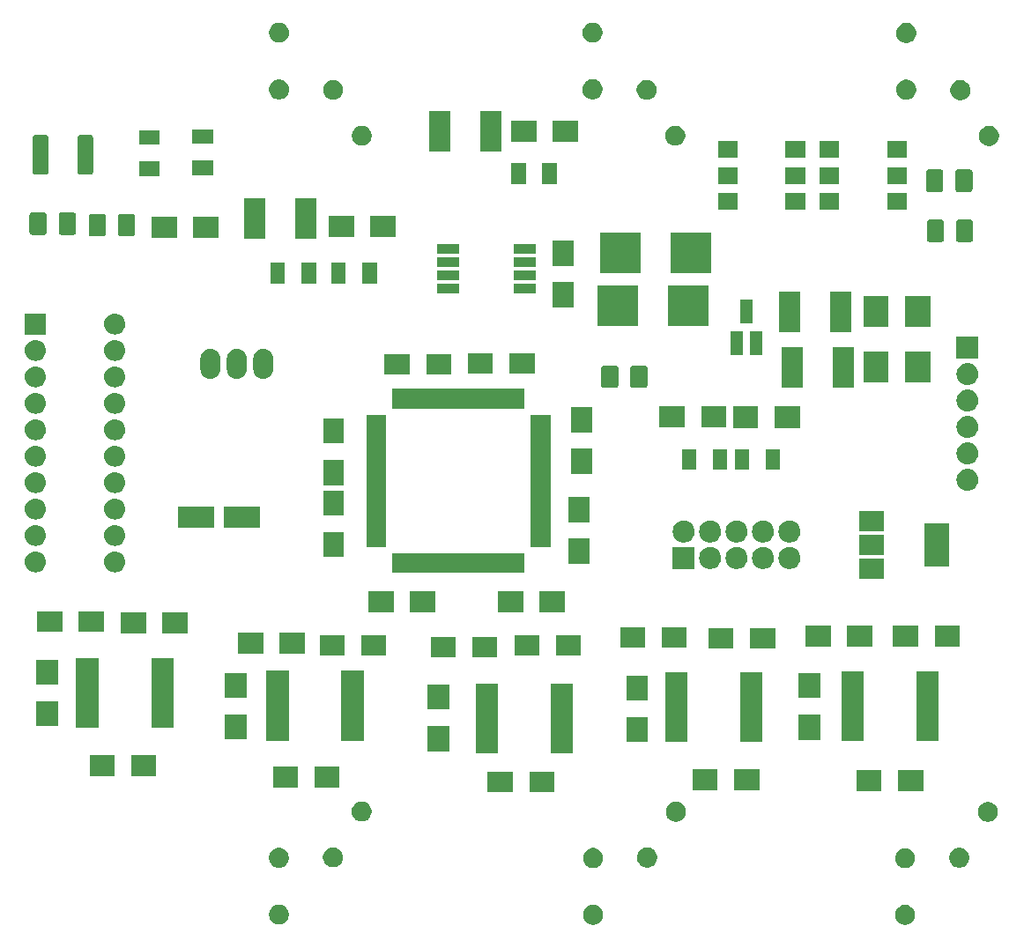
<source format=gts>
G04 #@! TF.GenerationSoftware,KiCad,Pcbnew,5.0.2-bee76a0~70~ubuntu18.10.1*
G04 #@! TF.CreationDate,2019-03-31T19:05:15-04:00*
G04 #@! TF.ProjectId,Helios,48656c69-6f73-42e6-9b69-6361645f7063,rev?*
G04 #@! TF.SameCoordinates,Original*
G04 #@! TF.FileFunction,Soldermask,Top*
G04 #@! TF.FilePolarity,Negative*
%FSLAX46Y46*%
G04 Gerber Fmt 4.6, Leading zero omitted, Abs format (unit mm)*
G04 Created by KiCad (PCBNEW 5.0.2-bee76a0~70~ubuntu18.10.1) date Sun 31 Mar 2019 07:05:15 PM EDT*
%MOMM*%
%LPD*%
G01*
G04 APERTURE LIST*
%ADD10C,0.100000*%
G04 APERTURE END LIST*
D10*
G36*
X179182603Y-130768968D02*
X179182606Y-130768969D01*
X179182605Y-130768969D01*
X179357678Y-130841486D01*
X179357679Y-130841487D01*
X179515241Y-130946767D01*
X179649233Y-131080759D01*
X179649234Y-131080761D01*
X179754514Y-131238322D01*
X179810603Y-131373734D01*
X179827032Y-131413397D01*
X179864000Y-131599250D01*
X179864000Y-131788750D01*
X179827032Y-131974603D01*
X179827031Y-131974605D01*
X179754514Y-132149678D01*
X179754513Y-132149679D01*
X179649233Y-132307241D01*
X179515241Y-132441233D01*
X179435923Y-132494232D01*
X179357678Y-132546514D01*
X179222266Y-132602603D01*
X179182603Y-132619032D01*
X178996750Y-132656000D01*
X178807250Y-132656000D01*
X178621397Y-132619032D01*
X178581734Y-132602603D01*
X178446322Y-132546514D01*
X178368077Y-132494232D01*
X178288759Y-132441233D01*
X178154767Y-132307241D01*
X178049487Y-132149679D01*
X178049486Y-132149678D01*
X177976969Y-131974605D01*
X177976968Y-131974603D01*
X177940000Y-131788750D01*
X177940000Y-131599250D01*
X177976968Y-131413397D01*
X177993397Y-131373734D01*
X178049486Y-131238322D01*
X178154766Y-131080761D01*
X178154767Y-131080759D01*
X178288759Y-130946767D01*
X178446321Y-130841487D01*
X178446322Y-130841486D01*
X178621395Y-130768969D01*
X178621394Y-130768969D01*
X178621397Y-130768968D01*
X178807250Y-130732000D01*
X178996750Y-130732000D01*
X179182603Y-130768968D01*
X179182603Y-130768968D01*
G37*
G36*
X149205603Y-130753968D02*
X149205606Y-130753969D01*
X149205605Y-130753969D01*
X149380678Y-130826486D01*
X149403128Y-130841487D01*
X149538241Y-130931767D01*
X149672233Y-131065759D01*
X149682257Y-131080761D01*
X149777514Y-131223322D01*
X149783727Y-131238322D01*
X149850032Y-131398397D01*
X149887000Y-131584250D01*
X149887000Y-131773750D01*
X149850032Y-131959603D01*
X149850031Y-131959605D01*
X149777514Y-132134678D01*
X149725232Y-132212923D01*
X149672233Y-132292241D01*
X149538241Y-132426233D01*
X149458923Y-132479232D01*
X149380678Y-132531514D01*
X149253890Y-132584031D01*
X149205603Y-132604032D01*
X149019750Y-132641000D01*
X148830250Y-132641000D01*
X148644397Y-132604032D01*
X148596110Y-132584031D01*
X148469322Y-132531514D01*
X148391077Y-132479232D01*
X148311759Y-132426233D01*
X148177767Y-132292241D01*
X148124768Y-132212923D01*
X148072486Y-132134678D01*
X147999969Y-131959605D01*
X147999968Y-131959603D01*
X147963000Y-131773750D01*
X147963000Y-131584250D01*
X147999968Y-131398397D01*
X148066273Y-131238322D01*
X148072486Y-131223322D01*
X148167743Y-131080761D01*
X148177767Y-131065759D01*
X148311759Y-130931767D01*
X148446872Y-130841487D01*
X148469322Y-130826486D01*
X148644395Y-130753969D01*
X148644394Y-130753969D01*
X148644397Y-130753968D01*
X148830250Y-130717000D01*
X149019750Y-130717000D01*
X149205603Y-130753968D01*
X149205603Y-130753968D01*
G37*
G36*
X119015603Y-130733968D02*
X119015606Y-130733969D01*
X119015605Y-130733969D01*
X119190678Y-130806486D01*
X119243060Y-130841487D01*
X119348241Y-130911767D01*
X119482233Y-131045759D01*
X119535232Y-131125077D01*
X119587514Y-131203322D01*
X119595798Y-131223322D01*
X119660032Y-131378397D01*
X119697000Y-131564250D01*
X119697000Y-131753750D01*
X119660032Y-131939603D01*
X119660031Y-131939605D01*
X119587514Y-132114678D01*
X119564127Y-132149679D01*
X119482233Y-132272241D01*
X119348241Y-132406233D01*
X119268923Y-132459232D01*
X119190678Y-132511514D01*
X119055266Y-132567603D01*
X119015603Y-132584032D01*
X118829750Y-132621000D01*
X118640250Y-132621000D01*
X118454397Y-132584032D01*
X118414734Y-132567603D01*
X118279322Y-132511514D01*
X118201077Y-132459232D01*
X118121759Y-132406233D01*
X117987767Y-132272241D01*
X117905873Y-132149679D01*
X117882486Y-132114678D01*
X117809969Y-131939605D01*
X117809968Y-131939603D01*
X117773000Y-131753750D01*
X117773000Y-131564250D01*
X117809968Y-131378397D01*
X117874202Y-131223322D01*
X117882486Y-131203322D01*
X117934768Y-131125077D01*
X117987767Y-131045759D01*
X118121759Y-130911767D01*
X118226940Y-130841487D01*
X118279322Y-130806486D01*
X118454395Y-130733969D01*
X118454394Y-130733969D01*
X118454397Y-130733968D01*
X118640250Y-130697000D01*
X118829750Y-130697000D01*
X119015603Y-130733968D01*
X119015603Y-130733968D01*
G37*
G36*
X179182603Y-125318968D02*
X179182606Y-125318969D01*
X179182605Y-125318969D01*
X179357678Y-125391486D01*
X179357679Y-125391487D01*
X179515241Y-125496767D01*
X179649233Y-125630759D01*
X179649234Y-125630761D01*
X179754514Y-125788322D01*
X179791823Y-125878395D01*
X179827032Y-125963397D01*
X179864000Y-126149250D01*
X179864000Y-126338750D01*
X179827032Y-126524603D01*
X179827031Y-126524605D01*
X179754514Y-126699678D01*
X179754513Y-126699679D01*
X179649233Y-126857241D01*
X179515241Y-126991233D01*
X179484890Y-127011513D01*
X179357678Y-127096514D01*
X179250278Y-127141000D01*
X179182603Y-127169032D01*
X178996750Y-127206000D01*
X178807250Y-127206000D01*
X178621397Y-127169032D01*
X178553722Y-127141000D01*
X178446322Y-127096514D01*
X178319110Y-127011513D01*
X178288759Y-126991233D01*
X178154767Y-126857241D01*
X178049487Y-126699679D01*
X178049486Y-126699678D01*
X177976969Y-126524605D01*
X177976968Y-126524603D01*
X177940000Y-126338750D01*
X177940000Y-126149250D01*
X177976968Y-125963397D01*
X178012177Y-125878395D01*
X178049486Y-125788322D01*
X178154766Y-125630761D01*
X178154767Y-125630759D01*
X178288759Y-125496767D01*
X178446321Y-125391487D01*
X178446322Y-125391486D01*
X178621395Y-125318969D01*
X178621394Y-125318969D01*
X178621397Y-125318968D01*
X178807250Y-125282000D01*
X178996750Y-125282000D01*
X179182603Y-125318968D01*
X179182603Y-125318968D01*
G37*
G36*
X149205603Y-125303968D02*
X149205606Y-125303969D01*
X149205605Y-125303969D01*
X149380678Y-125376486D01*
X149403128Y-125391487D01*
X149538241Y-125481767D01*
X149672233Y-125615759D01*
X149682257Y-125630761D01*
X149777514Y-125773322D01*
X149783727Y-125788322D01*
X149850032Y-125948397D01*
X149887000Y-126134250D01*
X149887000Y-126323750D01*
X149850032Y-126509603D01*
X149850031Y-126509605D01*
X149777514Y-126684678D01*
X149725232Y-126762923D01*
X149672233Y-126842241D01*
X149538241Y-126976233D01*
X149485441Y-127011513D01*
X149380678Y-127081514D01*
X149253890Y-127134031D01*
X149205603Y-127154032D01*
X149019750Y-127191000D01*
X148830250Y-127191000D01*
X148644397Y-127154032D01*
X148596110Y-127134031D01*
X148469322Y-127081514D01*
X148364559Y-127011513D01*
X148311759Y-126976233D01*
X148177767Y-126842241D01*
X148124768Y-126762923D01*
X148072486Y-126684678D01*
X147999969Y-126509605D01*
X147999968Y-126509603D01*
X147963000Y-126323750D01*
X147963000Y-126134250D01*
X147999968Y-125948397D01*
X148066273Y-125788322D01*
X148072486Y-125773322D01*
X148167743Y-125630761D01*
X148177767Y-125615759D01*
X148311759Y-125481767D01*
X148446872Y-125391487D01*
X148469322Y-125376486D01*
X148644395Y-125303969D01*
X148644394Y-125303969D01*
X148644397Y-125303968D01*
X148830250Y-125267000D01*
X149019750Y-125267000D01*
X149205603Y-125303968D01*
X149205603Y-125303968D01*
G37*
G36*
X119015603Y-125283968D02*
X119015606Y-125283969D01*
X119015605Y-125283969D01*
X119190678Y-125356486D01*
X119243060Y-125391487D01*
X119348241Y-125461767D01*
X119482233Y-125595759D01*
X119535232Y-125675077D01*
X119587514Y-125753322D01*
X119595798Y-125773322D01*
X119660032Y-125928397D01*
X119697000Y-126114250D01*
X119697000Y-126303750D01*
X119660032Y-126489603D01*
X119660031Y-126489605D01*
X119587514Y-126664678D01*
X119564127Y-126699679D01*
X119482233Y-126822241D01*
X119348241Y-126956233D01*
X119268923Y-127009232D01*
X119190678Y-127061514D01*
X119055266Y-127117603D01*
X119015603Y-127134032D01*
X118829750Y-127171000D01*
X118640250Y-127171000D01*
X118454397Y-127134032D01*
X118414734Y-127117603D01*
X118279322Y-127061514D01*
X118201077Y-127009232D01*
X118121759Y-126956233D01*
X117987767Y-126822241D01*
X117905873Y-126699679D01*
X117882486Y-126664678D01*
X117809969Y-126489605D01*
X117809968Y-126489603D01*
X117773000Y-126303750D01*
X117773000Y-126114250D01*
X117809968Y-125928397D01*
X117874202Y-125773322D01*
X117882486Y-125753322D01*
X117934768Y-125675077D01*
X117987767Y-125595759D01*
X118121759Y-125461767D01*
X118226940Y-125391487D01*
X118279322Y-125356486D01*
X118454395Y-125283969D01*
X118454394Y-125283969D01*
X118454397Y-125283968D01*
X118640250Y-125247000D01*
X118829750Y-125247000D01*
X119015603Y-125283968D01*
X119015603Y-125283968D01*
G37*
G36*
X184382603Y-125268968D02*
X184382606Y-125268969D01*
X184382605Y-125268969D01*
X184557678Y-125341486D01*
X184632509Y-125391487D01*
X184715241Y-125446767D01*
X184849233Y-125580759D01*
X184882642Y-125630759D01*
X184954514Y-125738322D01*
X185010603Y-125873734D01*
X185027032Y-125913397D01*
X185064000Y-126099250D01*
X185064000Y-126288750D01*
X185027032Y-126474603D01*
X185027031Y-126474605D01*
X184954514Y-126649678D01*
X184931127Y-126684679D01*
X184849233Y-126807241D01*
X184715241Y-126941233D01*
X184635923Y-126994232D01*
X184557678Y-127046514D01*
X184436969Y-127096513D01*
X184382603Y-127119032D01*
X184196750Y-127156000D01*
X184007250Y-127156000D01*
X183821397Y-127119032D01*
X183767031Y-127096513D01*
X183646322Y-127046514D01*
X183568077Y-126994232D01*
X183488759Y-126941233D01*
X183354767Y-126807241D01*
X183272873Y-126684679D01*
X183249486Y-126649678D01*
X183176969Y-126474605D01*
X183176968Y-126474603D01*
X183140000Y-126288750D01*
X183140000Y-126099250D01*
X183176968Y-125913397D01*
X183193397Y-125873734D01*
X183249486Y-125738322D01*
X183321358Y-125630759D01*
X183354767Y-125580759D01*
X183488759Y-125446767D01*
X183571491Y-125391487D01*
X183646322Y-125341486D01*
X183821395Y-125268969D01*
X183821394Y-125268969D01*
X183821397Y-125268968D01*
X184007250Y-125232000D01*
X184196750Y-125232000D01*
X184382603Y-125268968D01*
X184382603Y-125268968D01*
G37*
G36*
X154405603Y-125253968D02*
X154405606Y-125253969D01*
X154405605Y-125253969D01*
X154580678Y-125326486D01*
X154655509Y-125376487D01*
X154738241Y-125431767D01*
X154872233Y-125565759D01*
X154882257Y-125580761D01*
X154977514Y-125723322D01*
X155033603Y-125858734D01*
X155050032Y-125898397D01*
X155087000Y-126084250D01*
X155087000Y-126273750D01*
X155050032Y-126459603D01*
X155050031Y-126459605D01*
X154977514Y-126634678D01*
X154957468Y-126664678D01*
X154872233Y-126792241D01*
X154738241Y-126926233D01*
X154658923Y-126979232D01*
X154580678Y-127031514D01*
X154459969Y-127081513D01*
X154405603Y-127104032D01*
X154219750Y-127141000D01*
X154030250Y-127141000D01*
X153844397Y-127104032D01*
X153790031Y-127081513D01*
X153669322Y-127031514D01*
X153591077Y-126979232D01*
X153511759Y-126926233D01*
X153377767Y-126792241D01*
X153292532Y-126664678D01*
X153272486Y-126634678D01*
X153199969Y-126459605D01*
X153199968Y-126459603D01*
X153163000Y-126273750D01*
X153163000Y-126084250D01*
X153199968Y-125898397D01*
X153216397Y-125858734D01*
X153272486Y-125723322D01*
X153367743Y-125580761D01*
X153377767Y-125565759D01*
X153511759Y-125431767D01*
X153594491Y-125376487D01*
X153669322Y-125326486D01*
X153844395Y-125253969D01*
X153844394Y-125253969D01*
X153844397Y-125253968D01*
X154030250Y-125217000D01*
X154219750Y-125217000D01*
X154405603Y-125253968D01*
X154405603Y-125253968D01*
G37*
G36*
X124215603Y-125233968D02*
X124215606Y-125233969D01*
X124215605Y-125233969D01*
X124390678Y-125306486D01*
X124465509Y-125356487D01*
X124548241Y-125411767D01*
X124682233Y-125545759D01*
X124715642Y-125595759D01*
X124787514Y-125703322D01*
X124822721Y-125788321D01*
X124860032Y-125878397D01*
X124897000Y-126064250D01*
X124897000Y-126253750D01*
X124860032Y-126439603D01*
X124860031Y-126439605D01*
X124787514Y-126614678D01*
X124764127Y-126649679D01*
X124682233Y-126772241D01*
X124548241Y-126906233D01*
X124468923Y-126959232D01*
X124390678Y-127011514D01*
X124269969Y-127061513D01*
X124215603Y-127084032D01*
X124029750Y-127121000D01*
X123840250Y-127121000D01*
X123654397Y-127084032D01*
X123600031Y-127061513D01*
X123479322Y-127011514D01*
X123401077Y-126959232D01*
X123321759Y-126906233D01*
X123187767Y-126772241D01*
X123105873Y-126649679D01*
X123082486Y-126614678D01*
X123009969Y-126439605D01*
X123009968Y-126439603D01*
X122973000Y-126253750D01*
X122973000Y-126064250D01*
X123009968Y-125878397D01*
X123047279Y-125788321D01*
X123082486Y-125703322D01*
X123154358Y-125595759D01*
X123187767Y-125545759D01*
X123321759Y-125411767D01*
X123404491Y-125356487D01*
X123479322Y-125306486D01*
X123654395Y-125233969D01*
X123654394Y-125233969D01*
X123654397Y-125233968D01*
X123840250Y-125197000D01*
X124029750Y-125197000D01*
X124215603Y-125233968D01*
X124215603Y-125233968D01*
G37*
G36*
X187132603Y-120868968D02*
X187132606Y-120868969D01*
X187132605Y-120868969D01*
X187307678Y-120941486D01*
X187307679Y-120941487D01*
X187465241Y-121046767D01*
X187599233Y-121180759D01*
X187599234Y-121180761D01*
X187704514Y-121338322D01*
X187760603Y-121473734D01*
X187777032Y-121513397D01*
X187814000Y-121699250D01*
X187814000Y-121888750D01*
X187777032Y-122074603D01*
X187777031Y-122074605D01*
X187704514Y-122249678D01*
X187704513Y-122249679D01*
X187599233Y-122407241D01*
X187465241Y-122541233D01*
X187385923Y-122594232D01*
X187307678Y-122646514D01*
X187172266Y-122702603D01*
X187132603Y-122719032D01*
X186946750Y-122756000D01*
X186757250Y-122756000D01*
X186571397Y-122719032D01*
X186531734Y-122702603D01*
X186396322Y-122646514D01*
X186318077Y-122594232D01*
X186238759Y-122541233D01*
X186104767Y-122407241D01*
X185999487Y-122249679D01*
X185999486Y-122249678D01*
X185926969Y-122074605D01*
X185926968Y-122074603D01*
X185890000Y-121888750D01*
X185890000Y-121699250D01*
X185926968Y-121513397D01*
X185943397Y-121473734D01*
X185999486Y-121338322D01*
X186104766Y-121180761D01*
X186104767Y-121180759D01*
X186238759Y-121046767D01*
X186396321Y-120941487D01*
X186396322Y-120941486D01*
X186571395Y-120868969D01*
X186571394Y-120868969D01*
X186571397Y-120868968D01*
X186757250Y-120832000D01*
X186946750Y-120832000D01*
X187132603Y-120868968D01*
X187132603Y-120868968D01*
G37*
G36*
X157155603Y-120853968D02*
X157155606Y-120853969D01*
X157155605Y-120853969D01*
X157330678Y-120926486D01*
X157353128Y-120941487D01*
X157488241Y-121031767D01*
X157622233Y-121165759D01*
X157632257Y-121180761D01*
X157727514Y-121323322D01*
X157733727Y-121338322D01*
X157800032Y-121498397D01*
X157837000Y-121684250D01*
X157837000Y-121873750D01*
X157800032Y-122059603D01*
X157800031Y-122059605D01*
X157727514Y-122234678D01*
X157675232Y-122312923D01*
X157622233Y-122392241D01*
X157488241Y-122526233D01*
X157408923Y-122579232D01*
X157330678Y-122631514D01*
X157203890Y-122684031D01*
X157155603Y-122704032D01*
X156969750Y-122741000D01*
X156780250Y-122741000D01*
X156594397Y-122704032D01*
X156546110Y-122684031D01*
X156419322Y-122631514D01*
X156341077Y-122579232D01*
X156261759Y-122526233D01*
X156127767Y-122392241D01*
X156074768Y-122312923D01*
X156022486Y-122234678D01*
X155949969Y-122059605D01*
X155949968Y-122059603D01*
X155913000Y-121873750D01*
X155913000Y-121684250D01*
X155949968Y-121498397D01*
X156016273Y-121338322D01*
X156022486Y-121323322D01*
X156117743Y-121180761D01*
X156127767Y-121165759D01*
X156261759Y-121031767D01*
X156396872Y-120941487D01*
X156419322Y-120926486D01*
X156594395Y-120853969D01*
X156594394Y-120853969D01*
X156594397Y-120853968D01*
X156780250Y-120817000D01*
X156969750Y-120817000D01*
X157155603Y-120853968D01*
X157155603Y-120853968D01*
G37*
G36*
X126965603Y-120833968D02*
X126965606Y-120833969D01*
X126965605Y-120833969D01*
X127140678Y-120906486D01*
X127193060Y-120941487D01*
X127298241Y-121011767D01*
X127432233Y-121145759D01*
X127485232Y-121225077D01*
X127537514Y-121303322D01*
X127545798Y-121323322D01*
X127610032Y-121478397D01*
X127647000Y-121664250D01*
X127647000Y-121853750D01*
X127610032Y-122039603D01*
X127610031Y-122039605D01*
X127537514Y-122214678D01*
X127514127Y-122249679D01*
X127432233Y-122372241D01*
X127298241Y-122506233D01*
X127218923Y-122559232D01*
X127140678Y-122611514D01*
X127005266Y-122667603D01*
X126965603Y-122684032D01*
X126779750Y-122721000D01*
X126590250Y-122721000D01*
X126404397Y-122684032D01*
X126364734Y-122667603D01*
X126229322Y-122611514D01*
X126151077Y-122559232D01*
X126071759Y-122506233D01*
X125937767Y-122372241D01*
X125855873Y-122249679D01*
X125832486Y-122214678D01*
X125759969Y-122039605D01*
X125759968Y-122039603D01*
X125723000Y-121853750D01*
X125723000Y-121664250D01*
X125759968Y-121478397D01*
X125824202Y-121323322D01*
X125832486Y-121303322D01*
X125884768Y-121225077D01*
X125937767Y-121145759D01*
X126071759Y-121011767D01*
X126176940Y-120941487D01*
X126229322Y-120906486D01*
X126404395Y-120833969D01*
X126404394Y-120833969D01*
X126404397Y-120833968D01*
X126590250Y-120797000D01*
X126779750Y-120797000D01*
X126965603Y-120833968D01*
X126965603Y-120833968D01*
G37*
G36*
X145190000Y-119910000D02*
X142790000Y-119910000D01*
X142790000Y-117910000D01*
X145190000Y-117910000D01*
X145190000Y-119910000D01*
X145190000Y-119910000D01*
G37*
G36*
X141190000Y-119910000D02*
X138790000Y-119910000D01*
X138790000Y-117910000D01*
X141190000Y-117910000D01*
X141190000Y-119910000D01*
X141190000Y-119910000D01*
G37*
G36*
X180640000Y-119770000D02*
X178240000Y-119770000D01*
X178240000Y-117770000D01*
X180640000Y-117770000D01*
X180640000Y-119770000D01*
X180640000Y-119770000D01*
G37*
G36*
X176640000Y-119770000D02*
X174240000Y-119770000D01*
X174240000Y-117770000D01*
X176640000Y-117770000D01*
X176640000Y-119770000D01*
X176640000Y-119770000D01*
G37*
G36*
X160900000Y-119680000D02*
X158500000Y-119680000D01*
X158500000Y-117680000D01*
X160900000Y-117680000D01*
X160900000Y-119680000D01*
X160900000Y-119680000D01*
G37*
G36*
X164900000Y-119680000D02*
X162500000Y-119680000D01*
X162500000Y-117680000D01*
X164900000Y-117680000D01*
X164900000Y-119680000D01*
X164900000Y-119680000D01*
G37*
G36*
X120570000Y-119470000D02*
X118170000Y-119470000D01*
X118170000Y-117470000D01*
X120570000Y-117470000D01*
X120570000Y-119470000D01*
X120570000Y-119470000D01*
G37*
G36*
X124570000Y-119470000D02*
X122170000Y-119470000D01*
X122170000Y-117470000D01*
X124570000Y-117470000D01*
X124570000Y-119470000D01*
X124570000Y-119470000D01*
G37*
G36*
X106970000Y-118350000D02*
X104570000Y-118350000D01*
X104570000Y-116350000D01*
X106970000Y-116350000D01*
X106970000Y-118350000D01*
X106970000Y-118350000D01*
G37*
G36*
X102970000Y-118350000D02*
X100570000Y-118350000D01*
X100570000Y-116350000D01*
X102970000Y-116350000D01*
X102970000Y-118350000D01*
X102970000Y-118350000D01*
G37*
G36*
X139805000Y-116170000D02*
X137655000Y-116170000D01*
X137655000Y-109470000D01*
X139805000Y-109470000D01*
X139805000Y-116170000D01*
X139805000Y-116170000D01*
G37*
G36*
X147005000Y-116170000D02*
X144855000Y-116170000D01*
X144855000Y-109470000D01*
X147005000Y-109470000D01*
X147005000Y-116170000D01*
X147005000Y-116170000D01*
G37*
G36*
X135110000Y-115970000D02*
X133010000Y-115970000D01*
X133010000Y-113570000D01*
X135110000Y-113570000D01*
X135110000Y-115970000D01*
X135110000Y-115970000D01*
G37*
G36*
X165195000Y-115100000D02*
X163045000Y-115100000D01*
X163045000Y-108400000D01*
X165195000Y-108400000D01*
X165195000Y-115100000D01*
X165195000Y-115100000D01*
G37*
G36*
X157995000Y-115100000D02*
X155845000Y-115100000D01*
X155845000Y-108400000D01*
X157995000Y-108400000D01*
X157995000Y-115100000D01*
X157995000Y-115100000D01*
G37*
G36*
X154210000Y-115100000D02*
X152110000Y-115100000D01*
X152110000Y-112700000D01*
X154210000Y-112700000D01*
X154210000Y-115100000D01*
X154210000Y-115100000D01*
G37*
G36*
X174915000Y-115010000D02*
X172765000Y-115010000D01*
X172765000Y-108310000D01*
X174915000Y-108310000D01*
X174915000Y-115010000D01*
X174915000Y-115010000D01*
G37*
G36*
X182115000Y-115010000D02*
X179965000Y-115010000D01*
X179965000Y-108310000D01*
X182115000Y-108310000D01*
X182115000Y-115010000D01*
X182115000Y-115010000D01*
G37*
G36*
X119685000Y-114940000D02*
X117535000Y-114940000D01*
X117535000Y-108240000D01*
X119685000Y-108240000D01*
X119685000Y-114940000D01*
X119685000Y-114940000D01*
G37*
G36*
X126885000Y-114940000D02*
X124735000Y-114940000D01*
X124735000Y-108240000D01*
X126885000Y-108240000D01*
X126885000Y-114940000D01*
X126885000Y-114940000D01*
G37*
G36*
X170790000Y-114870000D02*
X168690000Y-114870000D01*
X168690000Y-112470000D01*
X170790000Y-112470000D01*
X170790000Y-114870000D01*
X170790000Y-114870000D01*
G37*
G36*
X115660000Y-114850000D02*
X113560000Y-114850000D01*
X113560000Y-112450000D01*
X115660000Y-112450000D01*
X115660000Y-114850000D01*
X115660000Y-114850000D01*
G37*
G36*
X101415000Y-113710000D02*
X99265000Y-113710000D01*
X99265000Y-107010000D01*
X101415000Y-107010000D01*
X101415000Y-113710000D01*
X101415000Y-113710000D01*
G37*
G36*
X108615000Y-113710000D02*
X106465000Y-113710000D01*
X106465000Y-107010000D01*
X108615000Y-107010000D01*
X108615000Y-113710000D01*
X108615000Y-113710000D01*
G37*
G36*
X97550000Y-113560000D02*
X95450000Y-113560000D01*
X95450000Y-111160000D01*
X97550000Y-111160000D01*
X97550000Y-113560000D01*
X97550000Y-113560000D01*
G37*
G36*
X135110000Y-111970000D02*
X133010000Y-111970000D01*
X133010000Y-109570000D01*
X135110000Y-109570000D01*
X135110000Y-111970000D01*
X135110000Y-111970000D01*
G37*
G36*
X154210000Y-111100000D02*
X152110000Y-111100000D01*
X152110000Y-108700000D01*
X154210000Y-108700000D01*
X154210000Y-111100000D01*
X154210000Y-111100000D01*
G37*
G36*
X170790000Y-110870000D02*
X168690000Y-110870000D01*
X168690000Y-108470000D01*
X170790000Y-108470000D01*
X170790000Y-110870000D01*
X170790000Y-110870000D01*
G37*
G36*
X115660000Y-110850000D02*
X113560000Y-110850000D01*
X113560000Y-108450000D01*
X115660000Y-108450000D01*
X115660000Y-110850000D01*
X115660000Y-110850000D01*
G37*
G36*
X97550000Y-109560000D02*
X95450000Y-109560000D01*
X95450000Y-107160000D01*
X97550000Y-107160000D01*
X97550000Y-109560000D01*
X97550000Y-109560000D01*
G37*
G36*
X139710000Y-106950000D02*
X137310000Y-106950000D01*
X137310000Y-104950000D01*
X139710000Y-104950000D01*
X139710000Y-106950000D01*
X139710000Y-106950000D01*
G37*
G36*
X135710000Y-106950000D02*
X133310000Y-106950000D01*
X133310000Y-104950000D01*
X135710000Y-104950000D01*
X135710000Y-106950000D01*
X135710000Y-106950000D01*
G37*
G36*
X147760000Y-106780000D02*
X145360000Y-106780000D01*
X145360000Y-104780000D01*
X147760000Y-104780000D01*
X147760000Y-106780000D01*
X147760000Y-106780000D01*
G37*
G36*
X143760000Y-106780000D02*
X141360000Y-106780000D01*
X141360000Y-104780000D01*
X143760000Y-104780000D01*
X143760000Y-106780000D01*
X143760000Y-106780000D01*
G37*
G36*
X129040000Y-106780000D02*
X126640000Y-106780000D01*
X126640000Y-104780000D01*
X129040000Y-104780000D01*
X129040000Y-106780000D01*
X129040000Y-106780000D01*
G37*
G36*
X125040000Y-106780000D02*
X122640000Y-106780000D01*
X122640000Y-104780000D01*
X125040000Y-104780000D01*
X125040000Y-106780000D01*
X125040000Y-106780000D01*
G37*
G36*
X117220000Y-106560000D02*
X114820000Y-106560000D01*
X114820000Y-104560000D01*
X117220000Y-104560000D01*
X117220000Y-106560000D01*
X117220000Y-106560000D01*
G37*
G36*
X121220000Y-106560000D02*
X118820000Y-106560000D01*
X118820000Y-104560000D01*
X121220000Y-104560000D01*
X121220000Y-106560000D01*
X121220000Y-106560000D01*
G37*
G36*
X166420000Y-106120000D02*
X164020000Y-106120000D01*
X164020000Y-104120000D01*
X166420000Y-104120000D01*
X166420000Y-106120000D01*
X166420000Y-106120000D01*
G37*
G36*
X162420000Y-106120000D02*
X160020000Y-106120000D01*
X160020000Y-104120000D01*
X162420000Y-104120000D01*
X162420000Y-106120000D01*
X162420000Y-106120000D01*
G37*
G36*
X157920000Y-106040000D02*
X155520000Y-106040000D01*
X155520000Y-104040000D01*
X157920000Y-104040000D01*
X157920000Y-106040000D01*
X157920000Y-106040000D01*
G37*
G36*
X153920000Y-106040000D02*
X151520000Y-106040000D01*
X151520000Y-104040000D01*
X153920000Y-104040000D01*
X153920000Y-106040000D01*
X153920000Y-106040000D01*
G37*
G36*
X184140000Y-105890000D02*
X181740000Y-105890000D01*
X181740000Y-103890000D01*
X184140000Y-103890000D01*
X184140000Y-105890000D01*
X184140000Y-105890000D01*
G37*
G36*
X175750000Y-105890000D02*
X173350000Y-105890000D01*
X173350000Y-103890000D01*
X175750000Y-103890000D01*
X175750000Y-105890000D01*
X175750000Y-105890000D01*
G37*
G36*
X171750000Y-105890000D02*
X169350000Y-105890000D01*
X169350000Y-103890000D01*
X171750000Y-103890000D01*
X171750000Y-105890000D01*
X171750000Y-105890000D01*
G37*
G36*
X180140000Y-105890000D02*
X177740000Y-105890000D01*
X177740000Y-103890000D01*
X180140000Y-103890000D01*
X180140000Y-105890000D01*
X180140000Y-105890000D01*
G37*
G36*
X109960000Y-104630000D02*
X107560000Y-104630000D01*
X107560000Y-102630000D01*
X109960000Y-102630000D01*
X109960000Y-104630000D01*
X109960000Y-104630000D01*
G37*
G36*
X105960000Y-104630000D02*
X103560000Y-104630000D01*
X103560000Y-102630000D01*
X105960000Y-102630000D01*
X105960000Y-104630000D01*
X105960000Y-104630000D01*
G37*
G36*
X97920000Y-104520000D02*
X95520000Y-104520000D01*
X95520000Y-102520000D01*
X97920000Y-102520000D01*
X97920000Y-104520000D01*
X97920000Y-104520000D01*
G37*
G36*
X101920000Y-104520000D02*
X99520000Y-104520000D01*
X99520000Y-102520000D01*
X101920000Y-102520000D01*
X101920000Y-104520000D01*
X101920000Y-104520000D01*
G37*
G36*
X142202000Y-102600000D02*
X139802000Y-102600000D01*
X139802000Y-100600000D01*
X142202000Y-100600000D01*
X142202000Y-102600000D01*
X142202000Y-102600000D01*
G37*
G36*
X146202000Y-102600000D02*
X143802000Y-102600000D01*
X143802000Y-100600000D01*
X146202000Y-100600000D01*
X146202000Y-102600000D01*
X146202000Y-102600000D01*
G37*
G36*
X129756000Y-102600000D02*
X127356000Y-102600000D01*
X127356000Y-100600000D01*
X129756000Y-100600000D01*
X129756000Y-102600000D01*
X129756000Y-102600000D01*
G37*
G36*
X133756000Y-102600000D02*
X131356000Y-102600000D01*
X131356000Y-100600000D01*
X133756000Y-100600000D01*
X133756000Y-102600000D01*
X133756000Y-102600000D01*
G37*
G36*
X176866000Y-99394100D02*
X174466000Y-99394100D01*
X174466000Y-97494100D01*
X176866000Y-97494100D01*
X176866000Y-99394100D01*
X176866000Y-99394100D01*
G37*
G36*
X142340000Y-98850000D02*
X129660000Y-98850000D01*
X129660000Y-96950000D01*
X142340000Y-96950000D01*
X142340000Y-98850000D01*
X142340000Y-98850000D01*
G37*
G36*
X103157430Y-96794269D02*
X103157433Y-96794270D01*
X103157434Y-96794270D01*
X103345935Y-96851451D01*
X103345937Y-96851452D01*
X103519660Y-96944309D01*
X103671928Y-97069272D01*
X103796891Y-97221540D01*
X103889748Y-97395263D01*
X103946931Y-97583770D01*
X103966238Y-97779800D01*
X103946931Y-97975830D01*
X103889748Y-98164337D01*
X103796891Y-98338060D01*
X103671928Y-98490328D01*
X103519660Y-98615291D01*
X103519658Y-98615292D01*
X103345935Y-98708149D01*
X103157434Y-98765330D01*
X103157433Y-98765330D01*
X103157430Y-98765331D01*
X103010524Y-98779800D01*
X102912276Y-98779800D01*
X102765370Y-98765331D01*
X102765367Y-98765330D01*
X102765366Y-98765330D01*
X102576865Y-98708149D01*
X102403142Y-98615292D01*
X102403140Y-98615291D01*
X102250872Y-98490328D01*
X102125909Y-98338060D01*
X102033052Y-98164337D01*
X101975869Y-97975830D01*
X101956562Y-97779800D01*
X101975869Y-97583770D01*
X102033052Y-97395263D01*
X102125909Y-97221540D01*
X102250872Y-97069272D01*
X102403140Y-96944309D01*
X102576863Y-96851452D01*
X102576865Y-96851451D01*
X102765366Y-96794270D01*
X102765367Y-96794270D01*
X102765370Y-96794269D01*
X102912276Y-96779800D01*
X103010524Y-96779800D01*
X103157430Y-96794269D01*
X103157430Y-96794269D01*
G37*
G36*
X95537430Y-96794269D02*
X95537433Y-96794270D01*
X95537434Y-96794270D01*
X95725935Y-96851451D01*
X95725937Y-96851452D01*
X95899660Y-96944309D01*
X96051928Y-97069272D01*
X96176891Y-97221540D01*
X96269748Y-97395263D01*
X96326931Y-97583770D01*
X96346238Y-97779800D01*
X96326931Y-97975830D01*
X96269748Y-98164337D01*
X96176891Y-98338060D01*
X96051928Y-98490328D01*
X95899660Y-98615291D01*
X95899658Y-98615292D01*
X95725935Y-98708149D01*
X95537434Y-98765330D01*
X95537433Y-98765330D01*
X95537430Y-98765331D01*
X95390524Y-98779800D01*
X95292276Y-98779800D01*
X95145370Y-98765331D01*
X95145367Y-98765330D01*
X95145366Y-98765330D01*
X94956865Y-98708149D01*
X94783142Y-98615292D01*
X94783140Y-98615291D01*
X94630872Y-98490328D01*
X94505909Y-98338060D01*
X94413052Y-98164337D01*
X94355869Y-97975830D01*
X94336562Y-97779800D01*
X94355869Y-97583770D01*
X94413052Y-97395263D01*
X94505909Y-97221540D01*
X94630872Y-97069272D01*
X94783140Y-96944309D01*
X94956863Y-96851452D01*
X94956865Y-96851451D01*
X95145366Y-96794270D01*
X95145367Y-96794270D01*
X95145370Y-96794269D01*
X95292276Y-96779800D01*
X95390524Y-96779800D01*
X95537430Y-96794269D01*
X95537430Y-96794269D01*
G37*
G36*
X160295707Y-96346296D02*
X160372836Y-96353893D01*
X160504787Y-96393920D01*
X160570763Y-96413933D01*
X160753172Y-96511433D01*
X160913054Y-96642646D01*
X161044267Y-96802528D01*
X161141767Y-96984937D01*
X161141767Y-96984938D01*
X161201807Y-97182864D01*
X161222080Y-97388700D01*
X161201807Y-97594536D01*
X161161780Y-97726487D01*
X161141767Y-97792463D01*
X161044267Y-97974872D01*
X160913054Y-98134754D01*
X160753172Y-98265967D01*
X160570763Y-98363467D01*
X160504787Y-98383480D01*
X160372836Y-98423507D01*
X160295707Y-98431103D01*
X160218580Y-98438700D01*
X160115420Y-98438700D01*
X160038293Y-98431103D01*
X159961164Y-98423507D01*
X159829213Y-98383480D01*
X159763237Y-98363467D01*
X159580828Y-98265967D01*
X159420946Y-98134754D01*
X159289733Y-97974872D01*
X159192233Y-97792463D01*
X159172220Y-97726487D01*
X159132193Y-97594536D01*
X159111920Y-97388700D01*
X159132193Y-97182864D01*
X159192233Y-96984938D01*
X159192233Y-96984937D01*
X159289733Y-96802528D01*
X159420946Y-96642646D01*
X159580828Y-96511433D01*
X159763237Y-96413933D01*
X159829213Y-96393920D01*
X159961164Y-96353893D01*
X160038293Y-96346297D01*
X160115420Y-96338700D01*
X160218580Y-96338700D01*
X160295707Y-96346296D01*
X160295707Y-96346296D01*
G37*
G36*
X167915707Y-96346296D02*
X167992836Y-96353893D01*
X168124787Y-96393920D01*
X168190763Y-96413933D01*
X168373172Y-96511433D01*
X168533054Y-96642646D01*
X168664267Y-96802528D01*
X168761767Y-96984937D01*
X168761767Y-96984938D01*
X168821807Y-97182864D01*
X168842080Y-97388700D01*
X168821807Y-97594536D01*
X168781780Y-97726487D01*
X168761767Y-97792463D01*
X168664267Y-97974872D01*
X168533054Y-98134754D01*
X168373172Y-98265967D01*
X168190763Y-98363467D01*
X168124787Y-98383480D01*
X167992836Y-98423507D01*
X167915707Y-98431103D01*
X167838580Y-98438700D01*
X167735420Y-98438700D01*
X167658293Y-98431103D01*
X167581164Y-98423507D01*
X167449213Y-98383480D01*
X167383237Y-98363467D01*
X167200828Y-98265967D01*
X167040946Y-98134754D01*
X166909733Y-97974872D01*
X166812233Y-97792463D01*
X166792220Y-97726487D01*
X166752193Y-97594536D01*
X166731920Y-97388700D01*
X166752193Y-97182864D01*
X166812233Y-96984938D01*
X166812233Y-96984937D01*
X166909733Y-96802528D01*
X167040946Y-96642646D01*
X167200828Y-96511433D01*
X167383237Y-96413933D01*
X167449213Y-96393920D01*
X167581164Y-96353893D01*
X167658293Y-96346297D01*
X167735420Y-96338700D01*
X167838580Y-96338700D01*
X167915707Y-96346296D01*
X167915707Y-96346296D01*
G37*
G36*
X165375707Y-96346296D02*
X165452836Y-96353893D01*
X165584787Y-96393920D01*
X165650763Y-96413933D01*
X165833172Y-96511433D01*
X165993054Y-96642646D01*
X166124267Y-96802528D01*
X166221767Y-96984937D01*
X166221767Y-96984938D01*
X166281807Y-97182864D01*
X166302080Y-97388700D01*
X166281807Y-97594536D01*
X166241780Y-97726487D01*
X166221767Y-97792463D01*
X166124267Y-97974872D01*
X165993054Y-98134754D01*
X165833172Y-98265967D01*
X165650763Y-98363467D01*
X165584787Y-98383480D01*
X165452836Y-98423507D01*
X165375707Y-98431103D01*
X165298580Y-98438700D01*
X165195420Y-98438700D01*
X165118293Y-98431103D01*
X165041164Y-98423507D01*
X164909213Y-98383480D01*
X164843237Y-98363467D01*
X164660828Y-98265967D01*
X164500946Y-98134754D01*
X164369733Y-97974872D01*
X164272233Y-97792463D01*
X164252220Y-97726487D01*
X164212193Y-97594536D01*
X164191920Y-97388700D01*
X164212193Y-97182864D01*
X164272233Y-96984938D01*
X164272233Y-96984937D01*
X164369733Y-96802528D01*
X164500946Y-96642646D01*
X164660828Y-96511433D01*
X164843237Y-96413933D01*
X164909213Y-96393920D01*
X165041164Y-96353893D01*
X165118293Y-96346297D01*
X165195420Y-96338700D01*
X165298580Y-96338700D01*
X165375707Y-96346296D01*
X165375707Y-96346296D01*
G37*
G36*
X158677000Y-98438700D02*
X156577000Y-98438700D01*
X156577000Y-96338700D01*
X158677000Y-96338700D01*
X158677000Y-98438700D01*
X158677000Y-98438700D01*
G37*
G36*
X162835707Y-96346296D02*
X162912836Y-96353893D01*
X163044787Y-96393920D01*
X163110763Y-96413933D01*
X163293172Y-96511433D01*
X163453054Y-96642646D01*
X163584267Y-96802528D01*
X163681767Y-96984937D01*
X163681767Y-96984938D01*
X163741807Y-97182864D01*
X163762080Y-97388700D01*
X163741807Y-97594536D01*
X163701780Y-97726487D01*
X163681767Y-97792463D01*
X163584267Y-97974872D01*
X163453054Y-98134754D01*
X163293172Y-98265967D01*
X163110763Y-98363467D01*
X163044787Y-98383480D01*
X162912836Y-98423507D01*
X162835707Y-98431103D01*
X162758580Y-98438700D01*
X162655420Y-98438700D01*
X162578293Y-98431103D01*
X162501164Y-98423507D01*
X162369213Y-98383480D01*
X162303237Y-98363467D01*
X162120828Y-98265967D01*
X161960946Y-98134754D01*
X161829733Y-97974872D01*
X161732233Y-97792463D01*
X161712220Y-97726487D01*
X161672193Y-97594536D01*
X161651920Y-97388700D01*
X161672193Y-97182864D01*
X161732233Y-96984938D01*
X161732233Y-96984937D01*
X161829733Y-96802528D01*
X161960946Y-96642646D01*
X162120828Y-96511433D01*
X162303237Y-96413933D01*
X162369213Y-96393920D01*
X162501164Y-96353893D01*
X162578293Y-96346297D01*
X162655420Y-96338700D01*
X162758580Y-96338700D01*
X162835707Y-96346296D01*
X162835707Y-96346296D01*
G37*
G36*
X183166000Y-98244100D02*
X180766000Y-98244100D01*
X180766000Y-94044100D01*
X183166000Y-94044100D01*
X183166000Y-98244100D01*
X183166000Y-98244100D01*
G37*
G36*
X148574000Y-97942000D02*
X146574000Y-97942000D01*
X146574000Y-95542000D01*
X148574000Y-95542000D01*
X148574000Y-97942000D01*
X148574000Y-97942000D01*
G37*
G36*
X125000000Y-97300000D02*
X123000000Y-97300000D01*
X123000000Y-94900000D01*
X125000000Y-94900000D01*
X125000000Y-97300000D01*
X125000000Y-97300000D01*
G37*
G36*
X176866000Y-97094100D02*
X174466000Y-97094100D01*
X174466000Y-95194100D01*
X176866000Y-95194100D01*
X176866000Y-97094100D01*
X176866000Y-97094100D01*
G37*
G36*
X129050000Y-96340000D02*
X127150000Y-96340000D01*
X127150000Y-83660000D01*
X129050000Y-83660000D01*
X129050000Y-96340000D01*
X129050000Y-96340000D01*
G37*
G36*
X144850000Y-96340000D02*
X142950000Y-96340000D01*
X142950000Y-83660000D01*
X144850000Y-83660000D01*
X144850000Y-96340000D01*
X144850000Y-96340000D01*
G37*
G36*
X103157430Y-94254269D02*
X103157433Y-94254270D01*
X103157434Y-94254270D01*
X103345935Y-94311451D01*
X103345937Y-94311452D01*
X103519660Y-94404309D01*
X103671928Y-94529272D01*
X103796891Y-94681540D01*
X103889748Y-94855263D01*
X103946931Y-95043770D01*
X103966238Y-95239800D01*
X103946931Y-95435830D01*
X103889748Y-95624337D01*
X103796891Y-95798060D01*
X103671928Y-95950328D01*
X103519660Y-96075291D01*
X103519658Y-96075292D01*
X103345935Y-96168149D01*
X103157434Y-96225330D01*
X103157433Y-96225330D01*
X103157430Y-96225331D01*
X103010524Y-96239800D01*
X102912276Y-96239800D01*
X102765370Y-96225331D01*
X102765367Y-96225330D01*
X102765366Y-96225330D01*
X102576865Y-96168149D01*
X102403142Y-96075292D01*
X102403140Y-96075291D01*
X102250872Y-95950328D01*
X102125909Y-95798060D01*
X102033052Y-95624337D01*
X101975869Y-95435830D01*
X101956562Y-95239800D01*
X101975869Y-95043770D01*
X102033052Y-94855263D01*
X102125909Y-94681540D01*
X102250872Y-94529272D01*
X102403140Y-94404309D01*
X102576863Y-94311452D01*
X102576865Y-94311451D01*
X102765366Y-94254270D01*
X102765367Y-94254270D01*
X102765370Y-94254269D01*
X102912276Y-94239800D01*
X103010524Y-94239800D01*
X103157430Y-94254269D01*
X103157430Y-94254269D01*
G37*
G36*
X95537430Y-94254269D02*
X95537433Y-94254270D01*
X95537434Y-94254270D01*
X95725935Y-94311451D01*
X95725937Y-94311452D01*
X95899660Y-94404309D01*
X96051928Y-94529272D01*
X96176891Y-94681540D01*
X96269748Y-94855263D01*
X96326931Y-95043770D01*
X96346238Y-95239800D01*
X96326931Y-95435830D01*
X96269748Y-95624337D01*
X96176891Y-95798060D01*
X96051928Y-95950328D01*
X95899660Y-96075291D01*
X95899658Y-96075292D01*
X95725935Y-96168149D01*
X95537434Y-96225330D01*
X95537433Y-96225330D01*
X95537430Y-96225331D01*
X95390524Y-96239800D01*
X95292276Y-96239800D01*
X95145370Y-96225331D01*
X95145367Y-96225330D01*
X95145366Y-96225330D01*
X94956865Y-96168149D01*
X94783142Y-96075292D01*
X94783140Y-96075291D01*
X94630872Y-95950328D01*
X94505909Y-95798060D01*
X94413052Y-95624337D01*
X94355869Y-95435830D01*
X94336562Y-95239800D01*
X94355869Y-95043770D01*
X94413052Y-94855263D01*
X94505909Y-94681540D01*
X94630872Y-94529272D01*
X94783140Y-94404309D01*
X94956863Y-94311452D01*
X94956865Y-94311451D01*
X95145366Y-94254270D01*
X95145367Y-94254270D01*
X95145370Y-94254269D01*
X95292276Y-94239800D01*
X95390524Y-94239800D01*
X95537430Y-94254269D01*
X95537430Y-94254269D01*
G37*
G36*
X167915707Y-93806297D02*
X167992836Y-93813893D01*
X168124787Y-93853920D01*
X168190763Y-93873933D01*
X168373172Y-93971433D01*
X168533054Y-94102646D01*
X168664267Y-94262528D01*
X168761767Y-94444937D01*
X168761767Y-94444938D01*
X168821807Y-94642864D01*
X168842080Y-94848700D01*
X168821807Y-95054536D01*
X168789815Y-95160000D01*
X168761767Y-95252463D01*
X168664267Y-95434872D01*
X168533054Y-95594754D01*
X168373172Y-95725967D01*
X168190763Y-95823467D01*
X168136260Y-95840000D01*
X167992836Y-95883507D01*
X167915707Y-95891103D01*
X167838580Y-95898700D01*
X167735420Y-95898700D01*
X167658293Y-95891104D01*
X167581164Y-95883507D01*
X167437740Y-95840000D01*
X167383237Y-95823467D01*
X167200828Y-95725967D01*
X167040946Y-95594754D01*
X166909733Y-95434872D01*
X166812233Y-95252463D01*
X166784185Y-95160000D01*
X166752193Y-95054536D01*
X166731920Y-94848700D01*
X166752193Y-94642864D01*
X166812233Y-94444938D01*
X166812233Y-94444937D01*
X166909733Y-94262528D01*
X167040946Y-94102646D01*
X167200828Y-93971433D01*
X167383237Y-93873933D01*
X167449213Y-93853920D01*
X167581164Y-93813893D01*
X167658293Y-93806296D01*
X167735420Y-93798700D01*
X167838580Y-93798700D01*
X167915707Y-93806297D01*
X167915707Y-93806297D01*
G37*
G36*
X160295707Y-93806297D02*
X160372836Y-93813893D01*
X160504787Y-93853920D01*
X160570763Y-93873933D01*
X160753172Y-93971433D01*
X160913054Y-94102646D01*
X161044267Y-94262528D01*
X161141767Y-94444937D01*
X161141767Y-94444938D01*
X161201807Y-94642864D01*
X161222080Y-94848700D01*
X161201807Y-95054536D01*
X161169815Y-95160000D01*
X161141767Y-95252463D01*
X161044267Y-95434872D01*
X160913054Y-95594754D01*
X160753172Y-95725967D01*
X160570763Y-95823467D01*
X160516260Y-95840000D01*
X160372836Y-95883507D01*
X160295707Y-95891103D01*
X160218580Y-95898700D01*
X160115420Y-95898700D01*
X160038293Y-95891104D01*
X159961164Y-95883507D01*
X159817740Y-95840000D01*
X159763237Y-95823467D01*
X159580828Y-95725967D01*
X159420946Y-95594754D01*
X159289733Y-95434872D01*
X159192233Y-95252463D01*
X159164185Y-95160000D01*
X159132193Y-95054536D01*
X159111920Y-94848700D01*
X159132193Y-94642864D01*
X159192233Y-94444938D01*
X159192233Y-94444937D01*
X159289733Y-94262528D01*
X159420946Y-94102646D01*
X159580828Y-93971433D01*
X159763237Y-93873933D01*
X159829213Y-93853920D01*
X159961164Y-93813893D01*
X160038293Y-93806296D01*
X160115420Y-93798700D01*
X160218580Y-93798700D01*
X160295707Y-93806297D01*
X160295707Y-93806297D01*
G37*
G36*
X157755707Y-93806297D02*
X157832836Y-93813893D01*
X157964787Y-93853920D01*
X158030763Y-93873933D01*
X158213172Y-93971433D01*
X158373054Y-94102646D01*
X158504267Y-94262528D01*
X158601767Y-94444937D01*
X158601767Y-94444938D01*
X158661807Y-94642864D01*
X158682080Y-94848700D01*
X158661807Y-95054536D01*
X158629815Y-95160000D01*
X158601767Y-95252463D01*
X158504267Y-95434872D01*
X158373054Y-95594754D01*
X158213172Y-95725967D01*
X158030763Y-95823467D01*
X157976260Y-95840000D01*
X157832836Y-95883507D01*
X157755707Y-95891103D01*
X157678580Y-95898700D01*
X157575420Y-95898700D01*
X157498293Y-95891104D01*
X157421164Y-95883507D01*
X157277740Y-95840000D01*
X157223237Y-95823467D01*
X157040828Y-95725967D01*
X156880946Y-95594754D01*
X156749733Y-95434872D01*
X156652233Y-95252463D01*
X156624185Y-95160000D01*
X156592193Y-95054536D01*
X156571920Y-94848700D01*
X156592193Y-94642864D01*
X156652233Y-94444938D01*
X156652233Y-94444937D01*
X156749733Y-94262528D01*
X156880946Y-94102646D01*
X157040828Y-93971433D01*
X157223237Y-93873933D01*
X157289213Y-93853920D01*
X157421164Y-93813893D01*
X157498293Y-93806296D01*
X157575420Y-93798700D01*
X157678580Y-93798700D01*
X157755707Y-93806297D01*
X157755707Y-93806297D01*
G37*
G36*
X162835707Y-93806297D02*
X162912836Y-93813893D01*
X163044787Y-93853920D01*
X163110763Y-93873933D01*
X163293172Y-93971433D01*
X163453054Y-94102646D01*
X163584267Y-94262528D01*
X163681767Y-94444937D01*
X163681767Y-94444938D01*
X163741807Y-94642864D01*
X163762080Y-94848700D01*
X163741807Y-95054536D01*
X163709815Y-95160000D01*
X163681767Y-95252463D01*
X163584267Y-95434872D01*
X163453054Y-95594754D01*
X163293172Y-95725967D01*
X163110763Y-95823467D01*
X163056260Y-95840000D01*
X162912836Y-95883507D01*
X162835707Y-95891103D01*
X162758580Y-95898700D01*
X162655420Y-95898700D01*
X162578293Y-95891104D01*
X162501164Y-95883507D01*
X162357740Y-95840000D01*
X162303237Y-95823467D01*
X162120828Y-95725967D01*
X161960946Y-95594754D01*
X161829733Y-95434872D01*
X161732233Y-95252463D01*
X161704185Y-95160000D01*
X161672193Y-95054536D01*
X161651920Y-94848700D01*
X161672193Y-94642864D01*
X161732233Y-94444938D01*
X161732233Y-94444937D01*
X161829733Y-94262528D01*
X161960946Y-94102646D01*
X162120828Y-93971433D01*
X162303237Y-93873933D01*
X162369213Y-93853920D01*
X162501164Y-93813893D01*
X162578293Y-93806296D01*
X162655420Y-93798700D01*
X162758580Y-93798700D01*
X162835707Y-93806297D01*
X162835707Y-93806297D01*
G37*
G36*
X165375707Y-93806297D02*
X165452836Y-93813893D01*
X165584787Y-93853920D01*
X165650763Y-93873933D01*
X165833172Y-93971433D01*
X165993054Y-94102646D01*
X166124267Y-94262528D01*
X166221767Y-94444937D01*
X166221767Y-94444938D01*
X166281807Y-94642864D01*
X166302080Y-94848700D01*
X166281807Y-95054536D01*
X166249815Y-95160000D01*
X166221767Y-95252463D01*
X166124267Y-95434872D01*
X165993054Y-95594754D01*
X165833172Y-95725967D01*
X165650763Y-95823467D01*
X165596260Y-95840000D01*
X165452836Y-95883507D01*
X165375707Y-95891103D01*
X165298580Y-95898700D01*
X165195420Y-95898700D01*
X165118293Y-95891104D01*
X165041164Y-95883507D01*
X164897740Y-95840000D01*
X164843237Y-95823467D01*
X164660828Y-95725967D01*
X164500946Y-95594754D01*
X164369733Y-95434872D01*
X164272233Y-95252463D01*
X164244185Y-95160000D01*
X164212193Y-95054536D01*
X164191920Y-94848700D01*
X164212193Y-94642864D01*
X164272233Y-94444938D01*
X164272233Y-94444937D01*
X164369733Y-94262528D01*
X164500946Y-94102646D01*
X164660828Y-93971433D01*
X164843237Y-93873933D01*
X164909213Y-93853920D01*
X165041164Y-93813893D01*
X165118293Y-93806296D01*
X165195420Y-93798700D01*
X165298580Y-93798700D01*
X165375707Y-93806297D01*
X165375707Y-93806297D01*
G37*
G36*
X176866000Y-94794100D02*
X174466000Y-94794100D01*
X174466000Y-92894100D01*
X176866000Y-92894100D01*
X176866000Y-94794100D01*
X176866000Y-94794100D01*
G37*
G36*
X112484000Y-94487200D02*
X109084000Y-94487200D01*
X109084000Y-92487200D01*
X112484000Y-92487200D01*
X112484000Y-94487200D01*
X112484000Y-94487200D01*
G37*
G36*
X116884000Y-94487200D02*
X113484000Y-94487200D01*
X113484000Y-92487200D01*
X116884000Y-92487200D01*
X116884000Y-94487200D01*
X116884000Y-94487200D01*
G37*
G36*
X148574000Y-93942000D02*
X146574000Y-93942000D01*
X146574000Y-91542000D01*
X148574000Y-91542000D01*
X148574000Y-93942000D01*
X148574000Y-93942000D01*
G37*
G36*
X95537430Y-91714269D02*
X95537433Y-91714270D01*
X95537434Y-91714270D01*
X95725935Y-91771451D01*
X95725937Y-91771452D01*
X95899660Y-91864309D01*
X96051928Y-91989272D01*
X96176891Y-92141540D01*
X96269748Y-92315263D01*
X96326931Y-92503770D01*
X96346238Y-92699800D01*
X96326931Y-92895830D01*
X96269748Y-93084337D01*
X96176891Y-93258060D01*
X96051928Y-93410328D01*
X95899660Y-93535291D01*
X95899658Y-93535292D01*
X95725935Y-93628149D01*
X95537434Y-93685330D01*
X95537433Y-93685330D01*
X95537430Y-93685331D01*
X95390524Y-93699800D01*
X95292276Y-93699800D01*
X95145370Y-93685331D01*
X95145367Y-93685330D01*
X95145366Y-93685330D01*
X94956865Y-93628149D01*
X94783142Y-93535292D01*
X94783140Y-93535291D01*
X94630872Y-93410328D01*
X94505909Y-93258060D01*
X94413052Y-93084337D01*
X94355869Y-92895830D01*
X94336562Y-92699800D01*
X94355869Y-92503770D01*
X94413052Y-92315263D01*
X94505909Y-92141540D01*
X94630872Y-91989272D01*
X94783140Y-91864309D01*
X94956863Y-91771452D01*
X94956865Y-91771451D01*
X95145366Y-91714270D01*
X95145367Y-91714270D01*
X95145370Y-91714269D01*
X95292276Y-91699800D01*
X95390524Y-91699800D01*
X95537430Y-91714269D01*
X95537430Y-91714269D01*
G37*
G36*
X103157430Y-91714269D02*
X103157433Y-91714270D01*
X103157434Y-91714270D01*
X103345935Y-91771451D01*
X103345937Y-91771452D01*
X103519660Y-91864309D01*
X103671928Y-91989272D01*
X103796891Y-92141540D01*
X103889748Y-92315263D01*
X103946931Y-92503770D01*
X103966238Y-92699800D01*
X103946931Y-92895830D01*
X103889748Y-93084337D01*
X103796891Y-93258060D01*
X103671928Y-93410328D01*
X103519660Y-93535291D01*
X103519658Y-93535292D01*
X103345935Y-93628149D01*
X103157434Y-93685330D01*
X103157433Y-93685330D01*
X103157430Y-93685331D01*
X103010524Y-93699800D01*
X102912276Y-93699800D01*
X102765370Y-93685331D01*
X102765367Y-93685330D01*
X102765366Y-93685330D01*
X102576865Y-93628149D01*
X102403142Y-93535292D01*
X102403140Y-93535291D01*
X102250872Y-93410328D01*
X102125909Y-93258060D01*
X102033052Y-93084337D01*
X101975869Y-92895830D01*
X101956562Y-92699800D01*
X101975869Y-92503770D01*
X102033052Y-92315263D01*
X102125909Y-92141540D01*
X102250872Y-91989272D01*
X102403140Y-91864309D01*
X102576863Y-91771452D01*
X102576865Y-91771451D01*
X102765366Y-91714270D01*
X102765367Y-91714270D01*
X102765370Y-91714269D01*
X102912276Y-91699800D01*
X103010524Y-91699800D01*
X103157430Y-91714269D01*
X103157430Y-91714269D01*
G37*
G36*
X125000000Y-93300000D02*
X123000000Y-93300000D01*
X123000000Y-90900000D01*
X125000000Y-90900000D01*
X125000000Y-93300000D01*
X125000000Y-93300000D01*
G37*
G36*
X95537430Y-89174269D02*
X95537433Y-89174270D01*
X95537434Y-89174270D01*
X95725935Y-89231451D01*
X95725937Y-89231452D01*
X95899660Y-89324309D01*
X96051928Y-89449272D01*
X96176891Y-89601540D01*
X96269748Y-89775263D01*
X96326931Y-89963770D01*
X96346238Y-90159800D01*
X96326931Y-90355830D01*
X96269748Y-90544337D01*
X96176891Y-90718060D01*
X96051928Y-90870328D01*
X95899660Y-90995291D01*
X95899658Y-90995292D01*
X95725935Y-91088149D01*
X95537434Y-91145330D01*
X95537433Y-91145330D01*
X95537430Y-91145331D01*
X95390524Y-91159800D01*
X95292276Y-91159800D01*
X95145370Y-91145331D01*
X95145367Y-91145330D01*
X95145366Y-91145330D01*
X94956865Y-91088149D01*
X94783142Y-90995292D01*
X94783140Y-90995291D01*
X94630872Y-90870328D01*
X94505909Y-90718060D01*
X94413052Y-90544337D01*
X94355869Y-90355830D01*
X94336562Y-90159800D01*
X94355869Y-89963770D01*
X94413052Y-89775263D01*
X94505909Y-89601540D01*
X94630872Y-89449272D01*
X94783140Y-89324309D01*
X94956863Y-89231452D01*
X94956865Y-89231451D01*
X95145366Y-89174270D01*
X95145367Y-89174270D01*
X95145370Y-89174269D01*
X95292276Y-89159800D01*
X95390524Y-89159800D01*
X95537430Y-89174269D01*
X95537430Y-89174269D01*
G37*
G36*
X103157430Y-89174269D02*
X103157433Y-89174270D01*
X103157434Y-89174270D01*
X103345935Y-89231451D01*
X103345937Y-89231452D01*
X103519660Y-89324309D01*
X103671928Y-89449272D01*
X103796891Y-89601540D01*
X103889748Y-89775263D01*
X103946931Y-89963770D01*
X103966238Y-90159800D01*
X103946931Y-90355830D01*
X103889748Y-90544337D01*
X103796891Y-90718060D01*
X103671928Y-90870328D01*
X103519660Y-90995291D01*
X103519658Y-90995292D01*
X103345935Y-91088149D01*
X103157434Y-91145330D01*
X103157433Y-91145330D01*
X103157430Y-91145331D01*
X103010524Y-91159800D01*
X102912276Y-91159800D01*
X102765370Y-91145331D01*
X102765367Y-91145330D01*
X102765366Y-91145330D01*
X102576865Y-91088149D01*
X102403142Y-90995292D01*
X102403140Y-90995291D01*
X102250872Y-90870328D01*
X102125909Y-90718060D01*
X102033052Y-90544337D01*
X101975869Y-90355830D01*
X101956562Y-90159800D01*
X101975869Y-89963770D01*
X102033052Y-89775263D01*
X102125909Y-89601540D01*
X102250872Y-89449272D01*
X102403140Y-89324309D01*
X102576863Y-89231452D01*
X102576865Y-89231451D01*
X102765366Y-89174270D01*
X102765367Y-89174270D01*
X102765370Y-89174269D01*
X102912276Y-89159800D01*
X103010524Y-89159800D01*
X103157430Y-89174269D01*
X103157430Y-89174269D01*
G37*
G36*
X185020707Y-88837996D02*
X185097836Y-88845593D01*
X185229787Y-88885620D01*
X185295763Y-88905633D01*
X185478172Y-89003133D01*
X185638054Y-89134346D01*
X185769267Y-89294228D01*
X185866767Y-89476637D01*
X185866767Y-89476638D01*
X185926807Y-89674564D01*
X185947080Y-89880400D01*
X185926807Y-90086236D01*
X185904431Y-90160000D01*
X185866767Y-90284163D01*
X185769267Y-90466572D01*
X185638054Y-90626454D01*
X185478172Y-90757667D01*
X185295763Y-90855167D01*
X185245783Y-90870328D01*
X185097836Y-90915207D01*
X185020707Y-90922804D01*
X184943580Y-90930400D01*
X184840420Y-90930400D01*
X184763293Y-90922804D01*
X184686164Y-90915207D01*
X184538217Y-90870328D01*
X184488237Y-90855167D01*
X184305828Y-90757667D01*
X184145946Y-90626454D01*
X184014733Y-90466572D01*
X183917233Y-90284163D01*
X183879569Y-90160000D01*
X183857193Y-90086236D01*
X183836920Y-89880400D01*
X183857193Y-89674564D01*
X183917233Y-89476638D01*
X183917233Y-89476637D01*
X184014733Y-89294228D01*
X184145946Y-89134346D01*
X184305828Y-89003133D01*
X184488237Y-88905633D01*
X184554213Y-88885620D01*
X184686164Y-88845593D01*
X184763293Y-88837997D01*
X184840420Y-88830400D01*
X184943580Y-88830400D01*
X185020707Y-88837996D01*
X185020707Y-88837996D01*
G37*
G36*
X125000000Y-90400000D02*
X123000000Y-90400000D01*
X123000000Y-88000000D01*
X125000000Y-88000000D01*
X125000000Y-90400000D01*
X125000000Y-90400000D01*
G37*
G36*
X148828000Y-89306000D02*
X146828000Y-89306000D01*
X146828000Y-86906000D01*
X148828000Y-86906000D01*
X148828000Y-89306000D01*
X148828000Y-89306000D01*
G37*
G36*
X161834000Y-88939900D02*
X160434000Y-88939900D01*
X160434000Y-86939900D01*
X161834000Y-86939900D01*
X161834000Y-88939900D01*
X161834000Y-88939900D01*
G37*
G36*
X158834000Y-88939900D02*
X157434000Y-88939900D01*
X157434000Y-86939900D01*
X158834000Y-86939900D01*
X158834000Y-88939900D01*
X158834000Y-88939900D01*
G37*
G36*
X163914000Y-88939900D02*
X162514000Y-88939900D01*
X162514000Y-86939900D01*
X163914000Y-86939900D01*
X163914000Y-88939900D01*
X163914000Y-88939900D01*
G37*
G36*
X166914000Y-88939900D02*
X165514000Y-88939900D01*
X165514000Y-86939900D01*
X166914000Y-86939900D01*
X166914000Y-88939900D01*
X166914000Y-88939900D01*
G37*
G36*
X95537430Y-86634269D02*
X95537433Y-86634270D01*
X95537434Y-86634270D01*
X95725935Y-86691451D01*
X95725937Y-86691452D01*
X95899660Y-86784309D01*
X96051928Y-86909272D01*
X96176891Y-87061540D01*
X96269748Y-87235263D01*
X96326931Y-87423770D01*
X96346238Y-87619800D01*
X96326931Y-87815830D01*
X96269748Y-88004337D01*
X96176891Y-88178060D01*
X96051928Y-88330328D01*
X95899660Y-88455291D01*
X95899658Y-88455292D01*
X95725935Y-88548149D01*
X95537434Y-88605330D01*
X95537433Y-88605330D01*
X95537430Y-88605331D01*
X95390524Y-88619800D01*
X95292276Y-88619800D01*
X95145370Y-88605331D01*
X95145367Y-88605330D01*
X95145366Y-88605330D01*
X94956865Y-88548149D01*
X94783142Y-88455292D01*
X94783140Y-88455291D01*
X94630872Y-88330328D01*
X94505909Y-88178060D01*
X94413052Y-88004337D01*
X94355869Y-87815830D01*
X94336562Y-87619800D01*
X94355869Y-87423770D01*
X94413052Y-87235263D01*
X94505909Y-87061540D01*
X94630872Y-86909272D01*
X94783140Y-86784309D01*
X94956863Y-86691452D01*
X94956865Y-86691451D01*
X95145366Y-86634270D01*
X95145367Y-86634270D01*
X95145370Y-86634269D01*
X95292276Y-86619800D01*
X95390524Y-86619800D01*
X95537430Y-86634269D01*
X95537430Y-86634269D01*
G37*
G36*
X103157430Y-86634269D02*
X103157433Y-86634270D01*
X103157434Y-86634270D01*
X103345935Y-86691451D01*
X103345937Y-86691452D01*
X103519660Y-86784309D01*
X103671928Y-86909272D01*
X103796891Y-87061540D01*
X103889748Y-87235263D01*
X103946931Y-87423770D01*
X103966238Y-87619800D01*
X103946931Y-87815830D01*
X103889748Y-88004337D01*
X103796891Y-88178060D01*
X103671928Y-88330328D01*
X103519660Y-88455291D01*
X103519658Y-88455292D01*
X103345935Y-88548149D01*
X103157434Y-88605330D01*
X103157433Y-88605330D01*
X103157430Y-88605331D01*
X103010524Y-88619800D01*
X102912276Y-88619800D01*
X102765370Y-88605331D01*
X102765367Y-88605330D01*
X102765366Y-88605330D01*
X102576865Y-88548149D01*
X102403142Y-88455292D01*
X102403140Y-88455291D01*
X102250872Y-88330328D01*
X102125909Y-88178060D01*
X102033052Y-88004337D01*
X101975869Y-87815830D01*
X101956562Y-87619800D01*
X101975869Y-87423770D01*
X102033052Y-87235263D01*
X102125909Y-87061540D01*
X102250872Y-86909272D01*
X102403140Y-86784309D01*
X102576863Y-86691452D01*
X102576865Y-86691451D01*
X102765366Y-86634270D01*
X102765367Y-86634270D01*
X102765370Y-86634269D01*
X102912276Y-86619800D01*
X103010524Y-86619800D01*
X103157430Y-86634269D01*
X103157430Y-86634269D01*
G37*
G36*
X185020707Y-86297997D02*
X185097836Y-86305593D01*
X185211261Y-86340000D01*
X185295763Y-86365633D01*
X185478172Y-86463133D01*
X185638054Y-86594346D01*
X185769267Y-86754228D01*
X185866767Y-86936637D01*
X185866767Y-86936638D01*
X185926807Y-87134564D01*
X185947080Y-87340400D01*
X185926807Y-87546236D01*
X185892297Y-87660000D01*
X185866767Y-87744163D01*
X185769267Y-87926572D01*
X185638054Y-88086454D01*
X185478172Y-88217667D01*
X185295763Y-88315167D01*
X185245783Y-88330328D01*
X185097836Y-88375207D01*
X185020707Y-88382804D01*
X184943580Y-88390400D01*
X184840420Y-88390400D01*
X184763293Y-88382804D01*
X184686164Y-88375207D01*
X184538217Y-88330328D01*
X184488237Y-88315167D01*
X184305828Y-88217667D01*
X184145946Y-88086454D01*
X184014733Y-87926572D01*
X183917233Y-87744163D01*
X183891703Y-87660000D01*
X183857193Y-87546236D01*
X183836920Y-87340400D01*
X183857193Y-87134564D01*
X183917233Y-86936638D01*
X183917233Y-86936637D01*
X184014733Y-86754228D01*
X184145946Y-86594346D01*
X184305828Y-86463133D01*
X184488237Y-86365633D01*
X184572739Y-86340000D01*
X184686164Y-86305593D01*
X184763293Y-86297997D01*
X184840420Y-86290400D01*
X184943580Y-86290400D01*
X185020707Y-86297997D01*
X185020707Y-86297997D01*
G37*
G36*
X125000000Y-86400000D02*
X123000000Y-86400000D01*
X123000000Y-84000000D01*
X125000000Y-84000000D01*
X125000000Y-86400000D01*
X125000000Y-86400000D01*
G37*
G36*
X95537430Y-84094269D02*
X95537433Y-84094270D01*
X95537434Y-84094270D01*
X95725935Y-84151451D01*
X95725937Y-84151452D01*
X95899660Y-84244309D01*
X96051928Y-84369272D01*
X96176891Y-84521540D01*
X96269748Y-84695263D01*
X96326931Y-84883770D01*
X96346238Y-85079800D01*
X96326931Y-85275830D01*
X96326930Y-85275833D01*
X96326930Y-85275834D01*
X96307466Y-85340000D01*
X96269748Y-85464337D01*
X96176891Y-85638060D01*
X96051928Y-85790328D01*
X95899660Y-85915291D01*
X95899658Y-85915292D01*
X95725935Y-86008149D01*
X95537434Y-86065330D01*
X95537433Y-86065330D01*
X95537430Y-86065331D01*
X95390524Y-86079800D01*
X95292276Y-86079800D01*
X95145370Y-86065331D01*
X95145367Y-86065330D01*
X95145366Y-86065330D01*
X94956865Y-86008149D01*
X94783142Y-85915292D01*
X94783140Y-85915291D01*
X94630872Y-85790328D01*
X94505909Y-85638060D01*
X94413052Y-85464337D01*
X94375335Y-85340000D01*
X94355870Y-85275834D01*
X94355870Y-85275833D01*
X94355869Y-85275830D01*
X94336562Y-85079800D01*
X94355869Y-84883770D01*
X94413052Y-84695263D01*
X94505909Y-84521540D01*
X94630872Y-84369272D01*
X94783140Y-84244309D01*
X94956863Y-84151452D01*
X94956865Y-84151451D01*
X95145366Y-84094270D01*
X95145367Y-84094270D01*
X95145370Y-84094269D01*
X95292276Y-84079800D01*
X95390524Y-84079800D01*
X95537430Y-84094269D01*
X95537430Y-84094269D01*
G37*
G36*
X103157430Y-84094269D02*
X103157433Y-84094270D01*
X103157434Y-84094270D01*
X103345935Y-84151451D01*
X103345937Y-84151452D01*
X103519660Y-84244309D01*
X103671928Y-84369272D01*
X103796891Y-84521540D01*
X103889748Y-84695263D01*
X103946931Y-84883770D01*
X103966238Y-85079800D01*
X103946931Y-85275830D01*
X103946930Y-85275833D01*
X103946930Y-85275834D01*
X103927466Y-85340000D01*
X103889748Y-85464337D01*
X103796891Y-85638060D01*
X103671928Y-85790328D01*
X103519660Y-85915291D01*
X103519658Y-85915292D01*
X103345935Y-86008149D01*
X103157434Y-86065330D01*
X103157433Y-86065330D01*
X103157430Y-86065331D01*
X103010524Y-86079800D01*
X102912276Y-86079800D01*
X102765370Y-86065331D01*
X102765367Y-86065330D01*
X102765366Y-86065330D01*
X102576865Y-86008149D01*
X102403142Y-85915292D01*
X102403140Y-85915291D01*
X102250872Y-85790328D01*
X102125909Y-85638060D01*
X102033052Y-85464337D01*
X101995335Y-85340000D01*
X101975870Y-85275834D01*
X101975870Y-85275833D01*
X101975869Y-85275830D01*
X101956562Y-85079800D01*
X101975869Y-84883770D01*
X102033052Y-84695263D01*
X102125909Y-84521540D01*
X102250872Y-84369272D01*
X102403140Y-84244309D01*
X102576863Y-84151452D01*
X102576865Y-84151451D01*
X102765366Y-84094270D01*
X102765367Y-84094270D01*
X102765370Y-84094269D01*
X102912276Y-84079800D01*
X103010524Y-84079800D01*
X103157430Y-84094269D01*
X103157430Y-84094269D01*
G37*
G36*
X185020707Y-83757996D02*
X185097836Y-83765593D01*
X185229787Y-83805620D01*
X185295763Y-83825633D01*
X185478172Y-83923133D01*
X185638054Y-84054346D01*
X185769267Y-84214228D01*
X185866767Y-84396637D01*
X185866767Y-84396638D01*
X185926807Y-84594564D01*
X185947080Y-84800400D01*
X185926807Y-85006236D01*
X185886780Y-85138187D01*
X185866767Y-85204163D01*
X185769267Y-85386572D01*
X185638054Y-85546454D01*
X185478172Y-85677667D01*
X185295763Y-85775167D01*
X185245783Y-85790328D01*
X185097836Y-85835207D01*
X185020707Y-85842803D01*
X184943580Y-85850400D01*
X184840420Y-85850400D01*
X184763293Y-85842803D01*
X184686164Y-85835207D01*
X184538217Y-85790328D01*
X184488237Y-85775167D01*
X184305828Y-85677667D01*
X184145946Y-85546454D01*
X184014733Y-85386572D01*
X183917233Y-85204163D01*
X183897220Y-85138187D01*
X183857193Y-85006236D01*
X183836920Y-84800400D01*
X183857193Y-84594564D01*
X183917233Y-84396638D01*
X183917233Y-84396637D01*
X184014733Y-84214228D01*
X184145946Y-84054346D01*
X184305828Y-83923133D01*
X184488237Y-83825633D01*
X184554213Y-83805620D01*
X184686164Y-83765593D01*
X184763293Y-83757996D01*
X184840420Y-83750400D01*
X184943580Y-83750400D01*
X185020707Y-83757996D01*
X185020707Y-83757996D01*
G37*
G36*
X148828000Y-85306000D02*
X146828000Y-85306000D01*
X146828000Y-82906000D01*
X148828000Y-82906000D01*
X148828000Y-85306000D01*
X148828000Y-85306000D01*
G37*
G36*
X168780000Y-84910000D02*
X166380000Y-84910000D01*
X166380000Y-82810000D01*
X168780000Y-82810000D01*
X168780000Y-84910000D01*
X168780000Y-84910000D01*
G37*
G36*
X164780000Y-84910000D02*
X162380000Y-84910000D01*
X162380000Y-82810000D01*
X164780000Y-82810000D01*
X164780000Y-84910000D01*
X164780000Y-84910000D01*
G37*
G36*
X157700000Y-84870000D02*
X155300000Y-84870000D01*
X155300000Y-82770000D01*
X157700000Y-82770000D01*
X157700000Y-84870000D01*
X157700000Y-84870000D01*
G37*
G36*
X161700000Y-84870000D02*
X159300000Y-84870000D01*
X159300000Y-82770000D01*
X161700000Y-82770000D01*
X161700000Y-84870000D01*
X161700000Y-84870000D01*
G37*
G36*
X103157430Y-81554269D02*
X103157433Y-81554270D01*
X103157434Y-81554270D01*
X103345935Y-81611451D01*
X103345937Y-81611452D01*
X103519660Y-81704309D01*
X103671928Y-81829272D01*
X103796891Y-81981540D01*
X103889748Y-82155263D01*
X103946931Y-82343770D01*
X103966238Y-82539800D01*
X103946931Y-82735830D01*
X103946930Y-82735833D01*
X103946930Y-82735834D01*
X103895311Y-82906000D01*
X103889748Y-82924337D01*
X103796891Y-83098060D01*
X103671928Y-83250328D01*
X103519660Y-83375291D01*
X103519658Y-83375292D01*
X103345935Y-83468149D01*
X103157434Y-83525330D01*
X103157433Y-83525330D01*
X103157430Y-83525331D01*
X103010524Y-83539800D01*
X102912276Y-83539800D01*
X102765370Y-83525331D01*
X102765367Y-83525330D01*
X102765366Y-83525330D01*
X102576865Y-83468149D01*
X102403142Y-83375292D01*
X102403140Y-83375291D01*
X102250872Y-83250328D01*
X102125909Y-83098060D01*
X102033052Y-82924337D01*
X102027490Y-82906000D01*
X101975870Y-82735834D01*
X101975870Y-82735833D01*
X101975869Y-82735830D01*
X101956562Y-82539800D01*
X101975869Y-82343770D01*
X102033052Y-82155263D01*
X102125909Y-81981540D01*
X102250872Y-81829272D01*
X102403140Y-81704309D01*
X102576863Y-81611452D01*
X102576865Y-81611451D01*
X102765366Y-81554270D01*
X102765367Y-81554270D01*
X102765370Y-81554269D01*
X102912276Y-81539800D01*
X103010524Y-81539800D01*
X103157430Y-81554269D01*
X103157430Y-81554269D01*
G37*
G36*
X95537430Y-81554269D02*
X95537433Y-81554270D01*
X95537434Y-81554270D01*
X95725935Y-81611451D01*
X95725937Y-81611452D01*
X95899660Y-81704309D01*
X96051928Y-81829272D01*
X96176891Y-81981540D01*
X96269748Y-82155263D01*
X96326931Y-82343770D01*
X96346238Y-82539800D01*
X96326931Y-82735830D01*
X96326930Y-82735833D01*
X96326930Y-82735834D01*
X96275311Y-82906000D01*
X96269748Y-82924337D01*
X96176891Y-83098060D01*
X96051928Y-83250328D01*
X95899660Y-83375291D01*
X95899658Y-83375292D01*
X95725935Y-83468149D01*
X95537434Y-83525330D01*
X95537433Y-83525330D01*
X95537430Y-83525331D01*
X95390524Y-83539800D01*
X95292276Y-83539800D01*
X95145370Y-83525331D01*
X95145367Y-83525330D01*
X95145366Y-83525330D01*
X94956865Y-83468149D01*
X94783142Y-83375292D01*
X94783140Y-83375291D01*
X94630872Y-83250328D01*
X94505909Y-83098060D01*
X94413052Y-82924337D01*
X94407490Y-82906000D01*
X94355870Y-82735834D01*
X94355870Y-82735833D01*
X94355869Y-82735830D01*
X94336562Y-82539800D01*
X94355869Y-82343770D01*
X94413052Y-82155263D01*
X94505909Y-81981540D01*
X94630872Y-81829272D01*
X94783140Y-81704309D01*
X94956863Y-81611452D01*
X94956865Y-81611451D01*
X95145366Y-81554270D01*
X95145367Y-81554270D01*
X95145370Y-81554269D01*
X95292276Y-81539800D01*
X95390524Y-81539800D01*
X95537430Y-81554269D01*
X95537430Y-81554269D01*
G37*
G36*
X185020707Y-81217997D02*
X185097836Y-81225593D01*
X185229787Y-81265620D01*
X185295763Y-81285633D01*
X185478172Y-81383133D01*
X185638054Y-81514346D01*
X185769267Y-81674228D01*
X185866767Y-81856637D01*
X185866767Y-81856638D01*
X185926807Y-82054564D01*
X185947080Y-82260400D01*
X185926807Y-82466236D01*
X185886780Y-82598187D01*
X185866767Y-82664163D01*
X185769267Y-82846572D01*
X185638054Y-83006454D01*
X185478172Y-83137667D01*
X185295763Y-83235167D01*
X185245783Y-83250328D01*
X185097836Y-83295207D01*
X185020707Y-83302803D01*
X184943580Y-83310400D01*
X184840420Y-83310400D01*
X184763293Y-83302803D01*
X184686164Y-83295207D01*
X184538217Y-83250328D01*
X184488237Y-83235167D01*
X184305828Y-83137667D01*
X184145946Y-83006454D01*
X184014733Y-82846572D01*
X183917233Y-82664163D01*
X183897220Y-82598187D01*
X183857193Y-82466236D01*
X183836920Y-82260400D01*
X183857193Y-82054564D01*
X183917233Y-81856638D01*
X183917233Y-81856637D01*
X184014733Y-81674228D01*
X184145946Y-81514346D01*
X184305828Y-81383133D01*
X184488237Y-81285633D01*
X184554213Y-81265620D01*
X184686164Y-81225593D01*
X184763293Y-81217997D01*
X184840420Y-81210400D01*
X184943580Y-81210400D01*
X185020707Y-81217997D01*
X185020707Y-81217997D01*
G37*
G36*
X142340000Y-83050000D02*
X129660000Y-83050000D01*
X129660000Y-81150000D01*
X142340000Y-81150000D01*
X142340000Y-83050000D01*
X142340000Y-83050000D01*
G37*
G36*
X153944628Y-78915093D02*
X153992354Y-78929570D01*
X154036336Y-78953079D01*
X154074885Y-78984715D01*
X154106521Y-79023264D01*
X154130030Y-79067246D01*
X154144507Y-79114972D01*
X154150000Y-79170741D01*
X154150000Y-80798459D01*
X154144507Y-80854228D01*
X154130030Y-80901954D01*
X154106521Y-80945936D01*
X154074885Y-80984485D01*
X154036336Y-81016121D01*
X153992354Y-81039630D01*
X153944628Y-81054107D01*
X153888859Y-81059600D01*
X152761141Y-81059600D01*
X152705372Y-81054107D01*
X152657646Y-81039630D01*
X152613664Y-81016121D01*
X152575115Y-80984485D01*
X152543479Y-80945936D01*
X152519970Y-80901954D01*
X152505493Y-80854228D01*
X152500000Y-80798459D01*
X152500000Y-79170741D01*
X152505493Y-79114972D01*
X152519970Y-79067246D01*
X152543479Y-79023264D01*
X152575115Y-78984715D01*
X152613664Y-78953079D01*
X152657646Y-78929570D01*
X152705372Y-78915093D01*
X152761141Y-78909600D01*
X153888859Y-78909600D01*
X153944628Y-78915093D01*
X153944628Y-78915093D01*
G37*
G36*
X151144628Y-78915093D02*
X151192354Y-78929570D01*
X151236336Y-78953079D01*
X151274885Y-78984715D01*
X151306521Y-79023264D01*
X151330030Y-79067246D01*
X151344507Y-79114972D01*
X151350000Y-79170741D01*
X151350000Y-80798459D01*
X151344507Y-80854228D01*
X151330030Y-80901954D01*
X151306521Y-80945936D01*
X151274885Y-80984485D01*
X151236336Y-81016121D01*
X151192354Y-81039630D01*
X151144628Y-81054107D01*
X151088859Y-81059600D01*
X149961141Y-81059600D01*
X149905372Y-81054107D01*
X149857646Y-81039630D01*
X149813664Y-81016121D01*
X149775115Y-80984485D01*
X149743479Y-80945936D01*
X149719970Y-80901954D01*
X149705493Y-80854228D01*
X149700000Y-80798459D01*
X149700000Y-79170741D01*
X149705493Y-79114972D01*
X149719970Y-79067246D01*
X149743479Y-79023264D01*
X149775115Y-78984715D01*
X149813664Y-78953079D01*
X149857646Y-78929570D01*
X149905372Y-78915093D01*
X149961141Y-78909600D01*
X151088859Y-78909600D01*
X151144628Y-78915093D01*
X151144628Y-78915093D01*
G37*
G36*
X173950000Y-80999900D02*
X171950000Y-80999900D01*
X171950000Y-77099900D01*
X173950000Y-77099900D01*
X173950000Y-80999900D01*
X173950000Y-80999900D01*
G37*
G36*
X169070000Y-80999900D02*
X167070000Y-80999900D01*
X167070000Y-77099900D01*
X169070000Y-77099900D01*
X169070000Y-80999900D01*
X169070000Y-80999900D01*
G37*
G36*
X95537430Y-79014269D02*
X95537433Y-79014270D01*
X95537434Y-79014270D01*
X95725935Y-79071451D01*
X95725937Y-79071452D01*
X95899660Y-79164309D01*
X96051928Y-79289272D01*
X96176891Y-79441540D01*
X96176892Y-79441542D01*
X96269749Y-79615265D01*
X96326930Y-79803766D01*
X96326931Y-79803770D01*
X96346238Y-79999800D01*
X96326931Y-80195830D01*
X96269748Y-80384337D01*
X96176891Y-80558060D01*
X96051928Y-80710328D01*
X95899660Y-80835291D01*
X95774942Y-80901954D01*
X95725935Y-80928149D01*
X95537434Y-80985330D01*
X95537433Y-80985330D01*
X95537430Y-80985331D01*
X95390524Y-80999800D01*
X95292276Y-80999800D01*
X95145370Y-80985331D01*
X95145367Y-80985330D01*
X95145366Y-80985330D01*
X94956865Y-80928149D01*
X94907858Y-80901954D01*
X94783140Y-80835291D01*
X94630872Y-80710328D01*
X94505909Y-80558060D01*
X94413052Y-80384337D01*
X94355869Y-80195830D01*
X94336562Y-79999800D01*
X94355869Y-79803770D01*
X94355870Y-79803766D01*
X94413051Y-79615265D01*
X94505908Y-79441542D01*
X94505909Y-79441540D01*
X94630872Y-79289272D01*
X94783140Y-79164309D01*
X94956863Y-79071452D01*
X94956865Y-79071451D01*
X95145366Y-79014270D01*
X95145367Y-79014270D01*
X95145370Y-79014269D01*
X95292276Y-78999800D01*
X95390524Y-78999800D01*
X95537430Y-79014269D01*
X95537430Y-79014269D01*
G37*
G36*
X103157430Y-79014269D02*
X103157433Y-79014270D01*
X103157434Y-79014270D01*
X103345935Y-79071451D01*
X103345937Y-79071452D01*
X103519660Y-79164309D01*
X103671928Y-79289272D01*
X103796891Y-79441540D01*
X103796892Y-79441542D01*
X103889749Y-79615265D01*
X103946930Y-79803766D01*
X103946931Y-79803770D01*
X103966238Y-79999800D01*
X103946931Y-80195830D01*
X103889748Y-80384337D01*
X103796891Y-80558060D01*
X103671928Y-80710328D01*
X103519660Y-80835291D01*
X103394942Y-80901954D01*
X103345935Y-80928149D01*
X103157434Y-80985330D01*
X103157433Y-80985330D01*
X103157430Y-80985331D01*
X103010524Y-80999800D01*
X102912276Y-80999800D01*
X102765370Y-80985331D01*
X102765367Y-80985330D01*
X102765366Y-80985330D01*
X102576865Y-80928149D01*
X102527858Y-80901954D01*
X102403140Y-80835291D01*
X102250872Y-80710328D01*
X102125909Y-80558060D01*
X102033052Y-80384337D01*
X101975869Y-80195830D01*
X101956562Y-79999800D01*
X101975869Y-79803770D01*
X101975870Y-79803766D01*
X102033051Y-79615265D01*
X102125908Y-79441542D01*
X102125909Y-79441540D01*
X102250872Y-79289272D01*
X102403140Y-79164309D01*
X102576863Y-79071452D01*
X102576865Y-79071451D01*
X102765366Y-79014270D01*
X102765367Y-79014270D01*
X102765370Y-79014269D01*
X102912276Y-78999800D01*
X103010524Y-78999800D01*
X103157430Y-79014269D01*
X103157430Y-79014269D01*
G37*
G36*
X185020707Y-78677996D02*
X185097836Y-78685593D01*
X185229787Y-78725620D01*
X185295763Y-78745633D01*
X185478172Y-78843133D01*
X185638054Y-78974346D01*
X185769267Y-79134228D01*
X185866767Y-79316637D01*
X185866767Y-79316638D01*
X185926807Y-79514564D01*
X185947080Y-79720400D01*
X185926807Y-79926236D01*
X185895875Y-80028204D01*
X185866767Y-80124163D01*
X185769267Y-80306572D01*
X185638054Y-80466454D01*
X185478172Y-80597667D01*
X185295763Y-80695167D01*
X185245783Y-80710328D01*
X185097836Y-80755207D01*
X185020707Y-80762803D01*
X184943580Y-80770400D01*
X184840420Y-80770400D01*
X184763293Y-80762803D01*
X184686164Y-80755207D01*
X184538217Y-80710328D01*
X184488237Y-80695167D01*
X184305828Y-80597667D01*
X184145946Y-80466454D01*
X184014733Y-80306572D01*
X183917233Y-80124163D01*
X183888125Y-80028204D01*
X183857193Y-79926236D01*
X183836920Y-79720400D01*
X183857193Y-79514564D01*
X183917233Y-79316638D01*
X183917233Y-79316637D01*
X184014733Y-79134228D01*
X184145946Y-78974346D01*
X184305828Y-78843133D01*
X184488237Y-78745633D01*
X184554213Y-78725620D01*
X184686164Y-78685593D01*
X184763293Y-78677996D01*
X184840420Y-78670400D01*
X184943580Y-78670400D01*
X185020707Y-78677996D01*
X185020707Y-78677996D01*
G37*
G36*
X177330000Y-80499900D02*
X174930000Y-80499900D01*
X174930000Y-77599900D01*
X177330000Y-77599900D01*
X177330000Y-80499900D01*
X177330000Y-80499900D01*
G37*
G36*
X181330000Y-80499900D02*
X178930000Y-80499900D01*
X178930000Y-77599900D01*
X181330000Y-77599900D01*
X181330000Y-80499900D01*
X181330000Y-80499900D01*
G37*
G36*
X112337343Y-77298974D02*
X112516526Y-77353329D01*
X112516528Y-77353330D01*
X112516531Y-77353331D01*
X112681664Y-77441595D01*
X112826407Y-77560383D01*
X112945195Y-77705126D01*
X113033459Y-77870258D01*
X113033459Y-77870259D01*
X113033461Y-77870263D01*
X113087816Y-78049446D01*
X113101570Y-78189095D01*
X113101570Y-79280705D01*
X113087816Y-79420354D01*
X113033461Y-79599537D01*
X113033459Y-79599542D01*
X112945195Y-79764674D01*
X112826407Y-79909417D01*
X112681664Y-80028205D01*
X112516532Y-80116469D01*
X112516529Y-80116470D01*
X112516527Y-80116471D01*
X112337344Y-80170826D01*
X112151000Y-80189179D01*
X111964657Y-80170826D01*
X111785474Y-80116471D01*
X111785472Y-80116470D01*
X111785469Y-80116469D01*
X111620337Y-80028205D01*
X111475594Y-79909417D01*
X111356806Y-79764674D01*
X111268539Y-79599537D01*
X111214184Y-79420356D01*
X111200430Y-79280707D01*
X111200430Y-78189094D01*
X111214184Y-78049450D01*
X111214184Y-78049447D01*
X111268539Y-77870264D01*
X111268540Y-77870262D01*
X111268541Y-77870259D01*
X111356805Y-77705126D01*
X111475593Y-77560383D01*
X111620336Y-77441595D01*
X111785468Y-77353331D01*
X111785471Y-77353330D01*
X111785473Y-77353329D01*
X111964656Y-77298974D01*
X112151000Y-77280621D01*
X112337343Y-77298974D01*
X112337343Y-77298974D01*
G37*
G36*
X114877343Y-77298974D02*
X115056526Y-77353329D01*
X115056528Y-77353330D01*
X115056531Y-77353331D01*
X115221664Y-77441595D01*
X115366407Y-77560383D01*
X115485195Y-77705126D01*
X115573459Y-77870258D01*
X115573459Y-77870259D01*
X115573461Y-77870263D01*
X115627816Y-78049446D01*
X115641570Y-78189095D01*
X115641570Y-79280705D01*
X115627816Y-79420354D01*
X115573461Y-79599537D01*
X115573459Y-79599542D01*
X115485195Y-79764674D01*
X115366407Y-79909417D01*
X115221664Y-80028205D01*
X115056532Y-80116469D01*
X115056529Y-80116470D01*
X115056527Y-80116471D01*
X114877344Y-80170826D01*
X114691000Y-80189179D01*
X114504657Y-80170826D01*
X114325474Y-80116471D01*
X114325472Y-80116470D01*
X114325469Y-80116469D01*
X114160337Y-80028205D01*
X114015594Y-79909417D01*
X113896806Y-79764674D01*
X113808539Y-79599537D01*
X113754184Y-79420356D01*
X113740430Y-79280707D01*
X113740430Y-78189094D01*
X113754184Y-78049450D01*
X113754184Y-78049447D01*
X113808539Y-77870264D01*
X113808540Y-77870262D01*
X113808541Y-77870259D01*
X113896805Y-77705126D01*
X114015593Y-77560383D01*
X114160336Y-77441595D01*
X114325468Y-77353331D01*
X114325471Y-77353330D01*
X114325473Y-77353329D01*
X114504656Y-77298974D01*
X114691000Y-77280621D01*
X114877343Y-77298974D01*
X114877343Y-77298974D01*
G37*
G36*
X117417343Y-77298974D02*
X117596526Y-77353329D01*
X117596528Y-77353330D01*
X117596531Y-77353331D01*
X117761664Y-77441595D01*
X117906407Y-77560383D01*
X118025195Y-77705126D01*
X118113459Y-77870258D01*
X118113459Y-77870259D01*
X118113461Y-77870263D01*
X118167816Y-78049446D01*
X118181570Y-78189095D01*
X118181570Y-79280705D01*
X118167816Y-79420354D01*
X118113461Y-79599537D01*
X118113459Y-79599542D01*
X118025195Y-79764674D01*
X117906407Y-79909417D01*
X117761664Y-80028205D01*
X117596532Y-80116469D01*
X117596529Y-80116470D01*
X117596527Y-80116471D01*
X117417344Y-80170826D01*
X117231000Y-80189179D01*
X117044657Y-80170826D01*
X116865474Y-80116471D01*
X116865472Y-80116470D01*
X116865469Y-80116469D01*
X116700337Y-80028205D01*
X116555594Y-79909417D01*
X116436806Y-79764674D01*
X116348539Y-79599537D01*
X116294184Y-79420356D01*
X116280430Y-79280707D01*
X116280430Y-78189094D01*
X116294184Y-78049450D01*
X116294184Y-78049447D01*
X116348539Y-77870264D01*
X116348540Y-77870262D01*
X116348541Y-77870259D01*
X116436805Y-77705126D01*
X116555593Y-77560383D01*
X116700336Y-77441595D01*
X116865468Y-77353331D01*
X116865471Y-77353330D01*
X116865473Y-77353329D01*
X117044656Y-77298974D01*
X117231000Y-77280621D01*
X117417343Y-77298974D01*
X117417343Y-77298974D01*
G37*
G36*
X135300000Y-79800000D02*
X132900000Y-79800000D01*
X132900000Y-77800000D01*
X135300000Y-77800000D01*
X135300000Y-79800000D01*
X135300000Y-79800000D01*
G37*
G36*
X131300000Y-79800000D02*
X128900000Y-79800000D01*
X128900000Y-77800000D01*
X131300000Y-77800000D01*
X131300000Y-79800000D01*
X131300000Y-79800000D01*
G37*
G36*
X139300000Y-79700000D02*
X136900000Y-79700000D01*
X136900000Y-77700000D01*
X139300000Y-77700000D01*
X139300000Y-79700000D01*
X139300000Y-79700000D01*
G37*
G36*
X143300000Y-79700000D02*
X140900000Y-79700000D01*
X140900000Y-77700000D01*
X143300000Y-77700000D01*
X143300000Y-79700000D01*
X143300000Y-79700000D01*
G37*
G36*
X103157430Y-76474269D02*
X103157433Y-76474270D01*
X103157434Y-76474270D01*
X103345935Y-76531451D01*
X103345937Y-76531452D01*
X103519660Y-76624309D01*
X103671928Y-76749272D01*
X103796891Y-76901540D01*
X103889748Y-77075263D01*
X103946931Y-77263770D01*
X103966238Y-77459800D01*
X103946931Y-77655830D01*
X103946930Y-77655833D01*
X103946930Y-77655834D01*
X103903198Y-77800000D01*
X103889748Y-77844337D01*
X103796891Y-78018060D01*
X103671928Y-78170328D01*
X103519660Y-78295291D01*
X103519658Y-78295292D01*
X103345935Y-78388149D01*
X103157434Y-78445330D01*
X103157433Y-78445330D01*
X103157430Y-78445331D01*
X103010524Y-78459800D01*
X102912276Y-78459800D01*
X102765370Y-78445331D01*
X102765367Y-78445330D01*
X102765366Y-78445330D01*
X102576865Y-78388149D01*
X102403142Y-78295292D01*
X102403140Y-78295291D01*
X102250872Y-78170328D01*
X102125909Y-78018060D01*
X102033052Y-77844337D01*
X102019603Y-77800000D01*
X101975870Y-77655834D01*
X101975870Y-77655833D01*
X101975869Y-77655830D01*
X101956562Y-77459800D01*
X101975869Y-77263770D01*
X102033052Y-77075263D01*
X102125909Y-76901540D01*
X102250872Y-76749272D01*
X102403140Y-76624309D01*
X102576863Y-76531452D01*
X102576865Y-76531451D01*
X102765366Y-76474270D01*
X102765367Y-76474270D01*
X102765370Y-76474269D01*
X102912276Y-76459800D01*
X103010524Y-76459800D01*
X103157430Y-76474269D01*
X103157430Y-76474269D01*
G37*
G36*
X95537430Y-76474269D02*
X95537433Y-76474270D01*
X95537434Y-76474270D01*
X95725935Y-76531451D01*
X95725937Y-76531452D01*
X95899660Y-76624309D01*
X96051928Y-76749272D01*
X96176891Y-76901540D01*
X96269748Y-77075263D01*
X96326931Y-77263770D01*
X96346238Y-77459800D01*
X96326931Y-77655830D01*
X96326930Y-77655833D01*
X96326930Y-77655834D01*
X96283198Y-77800000D01*
X96269748Y-77844337D01*
X96176891Y-78018060D01*
X96051928Y-78170328D01*
X95899660Y-78295291D01*
X95899658Y-78295292D01*
X95725935Y-78388149D01*
X95537434Y-78445330D01*
X95537433Y-78445330D01*
X95537430Y-78445331D01*
X95390524Y-78459800D01*
X95292276Y-78459800D01*
X95145370Y-78445331D01*
X95145367Y-78445330D01*
X95145366Y-78445330D01*
X94956865Y-78388149D01*
X94783142Y-78295292D01*
X94783140Y-78295291D01*
X94630872Y-78170328D01*
X94505909Y-78018060D01*
X94413052Y-77844337D01*
X94399603Y-77800000D01*
X94355870Y-77655834D01*
X94355870Y-77655833D01*
X94355869Y-77655830D01*
X94336562Y-77459800D01*
X94355869Y-77263770D01*
X94413052Y-77075263D01*
X94505909Y-76901540D01*
X94630872Y-76749272D01*
X94783140Y-76624309D01*
X94956863Y-76531452D01*
X94956865Y-76531451D01*
X95145366Y-76474270D01*
X95145367Y-76474270D01*
X95145370Y-76474269D01*
X95292276Y-76459800D01*
X95390524Y-76459800D01*
X95537430Y-76474269D01*
X95537430Y-76474269D01*
G37*
G36*
X185942000Y-78230400D02*
X183842000Y-78230400D01*
X183842000Y-76130400D01*
X185942000Y-76130400D01*
X185942000Y-78230400D01*
X185942000Y-78230400D01*
G37*
G36*
X163302000Y-77889900D02*
X162102000Y-77889900D01*
X162102000Y-75589900D01*
X163302000Y-75589900D01*
X163302000Y-77889900D01*
X163302000Y-77889900D01*
G37*
G36*
X165202000Y-77889900D02*
X164002000Y-77889900D01*
X164002000Y-75589900D01*
X165202000Y-75589900D01*
X165202000Y-77889900D01*
X165202000Y-77889900D01*
G37*
G36*
X96341400Y-75919800D02*
X94341400Y-75919800D01*
X94341400Y-73919800D01*
X96341400Y-73919800D01*
X96341400Y-75919800D01*
X96341400Y-75919800D01*
G37*
G36*
X103157430Y-73934269D02*
X103157433Y-73934270D01*
X103157434Y-73934270D01*
X103345935Y-73991451D01*
X103345937Y-73991452D01*
X103519660Y-74084309D01*
X103671928Y-74209272D01*
X103796891Y-74361540D01*
X103889748Y-74535263D01*
X103946931Y-74723770D01*
X103966238Y-74919800D01*
X103946931Y-75115830D01*
X103946930Y-75115833D01*
X103946930Y-75115834D01*
X103931743Y-75165900D01*
X103889748Y-75304337D01*
X103796891Y-75478060D01*
X103671928Y-75630328D01*
X103519660Y-75755291D01*
X103519658Y-75755292D01*
X103345935Y-75848149D01*
X103157434Y-75905330D01*
X103157433Y-75905330D01*
X103157430Y-75905331D01*
X103010524Y-75919800D01*
X102912276Y-75919800D01*
X102765370Y-75905331D01*
X102765367Y-75905330D01*
X102765366Y-75905330D01*
X102576865Y-75848149D01*
X102403142Y-75755292D01*
X102403140Y-75755291D01*
X102250872Y-75630328D01*
X102125909Y-75478060D01*
X102033052Y-75304337D01*
X101991058Y-75165900D01*
X101975870Y-75115834D01*
X101975870Y-75115833D01*
X101975869Y-75115830D01*
X101956562Y-74919800D01*
X101975869Y-74723770D01*
X102033052Y-74535263D01*
X102125909Y-74361540D01*
X102250872Y-74209272D01*
X102403140Y-74084309D01*
X102576863Y-73991452D01*
X102576865Y-73991451D01*
X102765366Y-73934270D01*
X102765367Y-73934270D01*
X102765370Y-73934269D01*
X102912276Y-73919800D01*
X103010524Y-73919800D01*
X103157430Y-73934269D01*
X103157430Y-73934269D01*
G37*
G36*
X168816000Y-75665900D02*
X166816000Y-75665900D01*
X166816000Y-71765900D01*
X168816000Y-71765900D01*
X168816000Y-75665900D01*
X168816000Y-75665900D01*
G37*
G36*
X173696000Y-75665900D02*
X171696000Y-75665900D01*
X171696000Y-71765900D01*
X173696000Y-71765900D01*
X173696000Y-75665900D01*
X173696000Y-75665900D01*
G37*
G36*
X177330000Y-75165900D02*
X174930000Y-75165900D01*
X174930000Y-72265900D01*
X177330000Y-72265900D01*
X177330000Y-75165900D01*
X177330000Y-75165900D01*
G37*
G36*
X181330000Y-75165900D02*
X178930000Y-75165900D01*
X178930000Y-72265900D01*
X181330000Y-72265900D01*
X181330000Y-75165900D01*
X181330000Y-75165900D01*
G37*
G36*
X160036000Y-75102000D02*
X156136000Y-75102000D01*
X156136000Y-71202000D01*
X160036000Y-71202000D01*
X160036000Y-75102000D01*
X160036000Y-75102000D01*
G37*
G36*
X153236000Y-75102000D02*
X149336000Y-75102000D01*
X149336000Y-71202000D01*
X153236000Y-71202000D01*
X153236000Y-75102000D01*
X153236000Y-75102000D01*
G37*
G36*
X164252000Y-74889900D02*
X163052000Y-74889900D01*
X163052000Y-72589900D01*
X164252000Y-72589900D01*
X164252000Y-74889900D01*
X164252000Y-74889900D01*
G37*
G36*
X147050000Y-73304000D02*
X145050000Y-73304000D01*
X145050000Y-70904000D01*
X147050000Y-70904000D01*
X147050000Y-73304000D01*
X147050000Y-73304000D01*
G37*
G36*
X136059000Y-71976000D02*
X133909000Y-71976000D01*
X133909000Y-71026000D01*
X136059000Y-71026000D01*
X136059000Y-71976000D01*
X136059000Y-71976000D01*
G37*
G36*
X143459000Y-71976000D02*
X141309000Y-71976000D01*
X141309000Y-71026000D01*
X143459000Y-71026000D01*
X143459000Y-71976000D01*
X143459000Y-71976000D01*
G37*
G36*
X125169000Y-71012600D02*
X123769000Y-71012600D01*
X123769000Y-69012600D01*
X125169000Y-69012600D01*
X125169000Y-71012600D01*
X125169000Y-71012600D01*
G37*
G36*
X119327000Y-71012600D02*
X117927000Y-71012600D01*
X117927000Y-69012600D01*
X119327000Y-69012600D01*
X119327000Y-71012600D01*
X119327000Y-71012600D01*
G37*
G36*
X122327000Y-71012600D02*
X120927000Y-71012600D01*
X120927000Y-69012600D01*
X122327000Y-69012600D01*
X122327000Y-71012600D01*
X122327000Y-71012600D01*
G37*
G36*
X128169000Y-71012600D02*
X126769000Y-71012600D01*
X126769000Y-69012600D01*
X128169000Y-69012600D01*
X128169000Y-71012600D01*
X128169000Y-71012600D01*
G37*
G36*
X136059000Y-70706000D02*
X133909000Y-70706000D01*
X133909000Y-69756000D01*
X136059000Y-69756000D01*
X136059000Y-70706000D01*
X136059000Y-70706000D01*
G37*
G36*
X143459000Y-70706000D02*
X141309000Y-70706000D01*
X141309000Y-69756000D01*
X143459000Y-69756000D01*
X143459000Y-70706000D01*
X143459000Y-70706000D01*
G37*
G36*
X160290000Y-70022000D02*
X156390000Y-70022000D01*
X156390000Y-66122000D01*
X160290000Y-66122000D01*
X160290000Y-70022000D01*
X160290000Y-70022000D01*
G37*
G36*
X153490000Y-70022000D02*
X149590000Y-70022000D01*
X149590000Y-66122000D01*
X153490000Y-66122000D01*
X153490000Y-70022000D01*
X153490000Y-70022000D01*
G37*
G36*
X143459000Y-69436000D02*
X141309000Y-69436000D01*
X141309000Y-68486000D01*
X143459000Y-68486000D01*
X143459000Y-69436000D01*
X143459000Y-69436000D01*
G37*
G36*
X136059000Y-69436000D02*
X133909000Y-69436000D01*
X133909000Y-68486000D01*
X136059000Y-68486000D01*
X136059000Y-69436000D01*
X136059000Y-69436000D01*
G37*
G36*
X147050000Y-69304000D02*
X145050000Y-69304000D01*
X145050000Y-66904000D01*
X147050000Y-66904000D01*
X147050000Y-69304000D01*
X147050000Y-69304000D01*
G37*
G36*
X136059000Y-68166000D02*
X133909000Y-68166000D01*
X133909000Y-67216000D01*
X136059000Y-67216000D01*
X136059000Y-68166000D01*
X136059000Y-68166000D01*
G37*
G36*
X143459000Y-68166000D02*
X141309000Y-68166000D01*
X141309000Y-67216000D01*
X143459000Y-67216000D01*
X143459000Y-68166000D01*
X143459000Y-68166000D01*
G37*
G36*
X182432628Y-64889193D02*
X182480354Y-64903670D01*
X182524336Y-64927179D01*
X182562885Y-64958815D01*
X182594521Y-64997364D01*
X182618030Y-65041346D01*
X182632507Y-65089072D01*
X182638000Y-65144841D01*
X182638000Y-66772559D01*
X182632507Y-66828328D01*
X182618030Y-66876054D01*
X182594521Y-66920036D01*
X182562885Y-66958585D01*
X182524336Y-66990221D01*
X182480354Y-67013730D01*
X182432628Y-67028207D01*
X182376859Y-67033700D01*
X181249141Y-67033700D01*
X181193372Y-67028207D01*
X181145646Y-67013730D01*
X181101664Y-66990221D01*
X181063115Y-66958585D01*
X181031479Y-66920036D01*
X181007970Y-66876054D01*
X180993493Y-66828328D01*
X180988000Y-66772559D01*
X180988000Y-65144841D01*
X180993493Y-65089072D01*
X181007970Y-65041346D01*
X181031479Y-64997364D01*
X181063115Y-64958815D01*
X181101664Y-64927179D01*
X181145646Y-64903670D01*
X181193372Y-64889193D01*
X181249141Y-64883700D01*
X182376859Y-64883700D01*
X182432628Y-64889193D01*
X182432628Y-64889193D01*
G37*
G36*
X185232628Y-64889193D02*
X185280354Y-64903670D01*
X185324336Y-64927179D01*
X185362885Y-64958815D01*
X185394521Y-64997364D01*
X185418030Y-65041346D01*
X185432507Y-65089072D01*
X185438000Y-65144841D01*
X185438000Y-66772559D01*
X185432507Y-66828328D01*
X185418030Y-66876054D01*
X185394521Y-66920036D01*
X185362885Y-66958585D01*
X185324336Y-66990221D01*
X185280354Y-67013730D01*
X185232628Y-67028207D01*
X185176859Y-67033700D01*
X184049141Y-67033700D01*
X183993372Y-67028207D01*
X183945646Y-67013730D01*
X183901664Y-66990221D01*
X183863115Y-66958585D01*
X183831479Y-66920036D01*
X183807970Y-66876054D01*
X183793493Y-66828328D01*
X183788000Y-66772559D01*
X183788000Y-65144841D01*
X183793493Y-65089072D01*
X183807970Y-65041346D01*
X183831479Y-64997364D01*
X183863115Y-64958815D01*
X183901664Y-64927179D01*
X183945646Y-64903670D01*
X183993372Y-64889193D01*
X184049141Y-64883700D01*
X185176859Y-64883700D01*
X185232628Y-64889193D01*
X185232628Y-64889193D01*
G37*
G36*
X122312000Y-66720000D02*
X120312000Y-66720000D01*
X120312000Y-62820000D01*
X122312000Y-62820000D01*
X122312000Y-66720000D01*
X122312000Y-66720000D01*
G37*
G36*
X117432000Y-66720000D02*
X115432000Y-66720000D01*
X115432000Y-62820000D01*
X117432000Y-62820000D01*
X117432000Y-66720000D01*
X117432000Y-66720000D01*
G37*
G36*
X108921000Y-66668400D02*
X106521000Y-66668400D01*
X106521000Y-64568400D01*
X108921000Y-64568400D01*
X108921000Y-66668400D01*
X108921000Y-66668400D01*
G37*
G36*
X112921000Y-66668400D02*
X110521000Y-66668400D01*
X110521000Y-64568400D01*
X112921000Y-64568400D01*
X112921000Y-66668400D01*
X112921000Y-66668400D01*
G37*
G36*
X129946000Y-66582000D02*
X127546000Y-66582000D01*
X127546000Y-64482000D01*
X129946000Y-64482000D01*
X129946000Y-66582000D01*
X129946000Y-66582000D01*
G37*
G36*
X125946000Y-66582000D02*
X123546000Y-66582000D01*
X123546000Y-64482000D01*
X125946000Y-64482000D01*
X125946000Y-66582000D01*
X125946000Y-66582000D01*
G37*
G36*
X104701628Y-64340593D02*
X104749354Y-64355070D01*
X104793336Y-64378579D01*
X104831885Y-64410215D01*
X104863521Y-64448764D01*
X104887030Y-64492746D01*
X104901507Y-64540472D01*
X104907000Y-64596241D01*
X104907000Y-66223959D01*
X104901507Y-66279728D01*
X104887030Y-66327454D01*
X104863521Y-66371436D01*
X104831885Y-66409985D01*
X104793336Y-66441621D01*
X104749354Y-66465130D01*
X104701628Y-66479607D01*
X104645859Y-66485100D01*
X103518141Y-66485100D01*
X103462372Y-66479607D01*
X103414646Y-66465130D01*
X103370664Y-66441621D01*
X103332115Y-66409985D01*
X103300479Y-66371436D01*
X103276970Y-66327454D01*
X103262493Y-66279728D01*
X103257000Y-66223959D01*
X103257000Y-64596241D01*
X103262493Y-64540472D01*
X103276970Y-64492746D01*
X103300479Y-64448764D01*
X103332115Y-64410215D01*
X103370664Y-64378579D01*
X103414646Y-64355070D01*
X103462372Y-64340593D01*
X103518141Y-64335100D01*
X104645859Y-64335100D01*
X104701628Y-64340593D01*
X104701628Y-64340593D01*
G37*
G36*
X101901628Y-64340593D02*
X101949354Y-64355070D01*
X101993336Y-64378579D01*
X102031885Y-64410215D01*
X102063521Y-64448764D01*
X102087030Y-64492746D01*
X102101507Y-64540472D01*
X102107000Y-64596241D01*
X102107000Y-66223959D01*
X102101507Y-66279728D01*
X102087030Y-66327454D01*
X102063521Y-66371436D01*
X102031885Y-66409985D01*
X101993336Y-66441621D01*
X101949354Y-66465130D01*
X101901628Y-66479607D01*
X101845859Y-66485100D01*
X100718141Y-66485100D01*
X100662372Y-66479607D01*
X100614646Y-66465130D01*
X100570664Y-66441621D01*
X100532115Y-66409985D01*
X100500479Y-66371436D01*
X100476970Y-66327454D01*
X100462493Y-66279728D01*
X100457000Y-66223959D01*
X100457000Y-64596241D01*
X100462493Y-64540472D01*
X100476970Y-64492746D01*
X100500479Y-64448764D01*
X100532115Y-64410215D01*
X100570664Y-64378579D01*
X100614646Y-64355070D01*
X100662372Y-64340593D01*
X100718141Y-64335100D01*
X101845859Y-64335100D01*
X101901628Y-64340593D01*
X101901628Y-64340593D01*
G37*
G36*
X99024328Y-64198293D02*
X99072054Y-64212770D01*
X99116036Y-64236279D01*
X99154585Y-64267915D01*
X99186221Y-64306464D01*
X99209730Y-64350446D01*
X99224207Y-64398172D01*
X99229700Y-64453941D01*
X99229700Y-66081659D01*
X99224207Y-66137428D01*
X99209730Y-66185154D01*
X99186221Y-66229136D01*
X99154585Y-66267685D01*
X99116036Y-66299321D01*
X99072054Y-66322830D01*
X99024328Y-66337307D01*
X98968559Y-66342800D01*
X97840841Y-66342800D01*
X97785072Y-66337307D01*
X97737346Y-66322830D01*
X97693364Y-66299321D01*
X97654815Y-66267685D01*
X97623179Y-66229136D01*
X97599670Y-66185154D01*
X97585193Y-66137428D01*
X97579700Y-66081659D01*
X97579700Y-64453941D01*
X97585193Y-64398172D01*
X97599670Y-64350446D01*
X97623179Y-64306464D01*
X97654815Y-64267915D01*
X97693364Y-64236279D01*
X97737346Y-64212770D01*
X97785072Y-64198293D01*
X97840841Y-64192800D01*
X98968559Y-64192800D01*
X99024328Y-64198293D01*
X99024328Y-64198293D01*
G37*
G36*
X96224328Y-64198293D02*
X96272054Y-64212770D01*
X96316036Y-64236279D01*
X96354585Y-64267915D01*
X96386221Y-64306464D01*
X96409730Y-64350446D01*
X96424207Y-64398172D01*
X96429700Y-64453941D01*
X96429700Y-66081659D01*
X96424207Y-66137428D01*
X96409730Y-66185154D01*
X96386221Y-66229136D01*
X96354585Y-66267685D01*
X96316036Y-66299321D01*
X96272054Y-66322830D01*
X96224328Y-66337307D01*
X96168559Y-66342800D01*
X95040841Y-66342800D01*
X94985072Y-66337307D01*
X94937346Y-66322830D01*
X94893364Y-66299321D01*
X94854815Y-66267685D01*
X94823179Y-66229136D01*
X94799670Y-66185154D01*
X94785193Y-66137428D01*
X94779700Y-66081659D01*
X94779700Y-64453941D01*
X94785193Y-64398172D01*
X94799670Y-64350446D01*
X94823179Y-64306464D01*
X94854815Y-64267915D01*
X94893364Y-64236279D01*
X94937346Y-64212770D01*
X94985072Y-64198293D01*
X95040841Y-64192800D01*
X96168559Y-64192800D01*
X96224328Y-64198293D01*
X96224328Y-64198293D01*
G37*
G36*
X172576000Y-63946400D02*
X170676000Y-63946400D01*
X170676000Y-62346400D01*
X172576000Y-62346400D01*
X172576000Y-63946400D01*
X172576000Y-63946400D01*
G37*
G36*
X179076000Y-63946400D02*
X177176000Y-63946400D01*
X177176000Y-62346400D01*
X179076000Y-62346400D01*
X179076000Y-63946400D01*
X179076000Y-63946400D01*
G37*
G36*
X162809000Y-63929800D02*
X160909000Y-63929800D01*
X160909000Y-62329800D01*
X162809000Y-62329800D01*
X162809000Y-63929800D01*
X162809000Y-63929800D01*
G37*
G36*
X169309000Y-63929800D02*
X167409000Y-63929800D01*
X167409000Y-62329800D01*
X169309000Y-62329800D01*
X169309000Y-63929800D01*
X169309000Y-63929800D01*
G37*
G36*
X182371628Y-60068293D02*
X182419354Y-60082770D01*
X182463336Y-60106279D01*
X182501885Y-60137915D01*
X182533521Y-60176464D01*
X182557030Y-60220446D01*
X182571507Y-60268172D01*
X182577000Y-60323941D01*
X182577000Y-61951659D01*
X182571507Y-62007428D01*
X182557030Y-62055154D01*
X182533521Y-62099136D01*
X182501885Y-62137685D01*
X182463336Y-62169321D01*
X182419354Y-62192830D01*
X182371628Y-62207307D01*
X182315859Y-62212800D01*
X181188141Y-62212800D01*
X181132372Y-62207307D01*
X181084646Y-62192830D01*
X181040664Y-62169321D01*
X181002115Y-62137685D01*
X180970479Y-62099136D01*
X180946970Y-62055154D01*
X180932493Y-62007428D01*
X180927000Y-61951659D01*
X180927000Y-60323941D01*
X180932493Y-60268172D01*
X180946970Y-60220446D01*
X180970479Y-60176464D01*
X181002115Y-60137915D01*
X181040664Y-60106279D01*
X181084646Y-60082770D01*
X181132372Y-60068293D01*
X181188141Y-60062800D01*
X182315859Y-60062800D01*
X182371628Y-60068293D01*
X182371628Y-60068293D01*
G37*
G36*
X185171628Y-60068293D02*
X185219354Y-60082770D01*
X185263336Y-60106279D01*
X185301885Y-60137915D01*
X185333521Y-60176464D01*
X185357030Y-60220446D01*
X185371507Y-60268172D01*
X185377000Y-60323941D01*
X185377000Y-61951659D01*
X185371507Y-62007428D01*
X185357030Y-62055154D01*
X185333521Y-62099136D01*
X185301885Y-62137685D01*
X185263336Y-62169321D01*
X185219354Y-62192830D01*
X185171628Y-62207307D01*
X185115859Y-62212800D01*
X183988141Y-62212800D01*
X183932372Y-62207307D01*
X183884646Y-62192830D01*
X183840664Y-62169321D01*
X183802115Y-62137685D01*
X183770479Y-62099136D01*
X183746970Y-62055154D01*
X183732493Y-62007428D01*
X183727000Y-61951659D01*
X183727000Y-60323941D01*
X183732493Y-60268172D01*
X183746970Y-60220446D01*
X183770479Y-60176464D01*
X183802115Y-60137915D01*
X183840664Y-60106279D01*
X183884646Y-60082770D01*
X183932372Y-60068293D01*
X183988141Y-60062800D01*
X185115859Y-60062800D01*
X185171628Y-60068293D01*
X185171628Y-60068293D01*
G37*
G36*
X145456000Y-61452000D02*
X144056000Y-61452000D01*
X144056000Y-59452000D01*
X145456000Y-59452000D01*
X145456000Y-61452000D01*
X145456000Y-61452000D01*
G37*
G36*
X142456000Y-61452000D02*
X141056000Y-61452000D01*
X141056000Y-59452000D01*
X142456000Y-59452000D01*
X142456000Y-61452000D01*
X142456000Y-61452000D01*
G37*
G36*
X172576000Y-61446400D02*
X170676000Y-61446400D01*
X170676000Y-59846400D01*
X172576000Y-59846400D01*
X172576000Y-61446400D01*
X172576000Y-61446400D01*
G37*
G36*
X179076000Y-61446400D02*
X177176000Y-61446400D01*
X177176000Y-59846400D01*
X179076000Y-59846400D01*
X179076000Y-61446400D01*
X179076000Y-61446400D01*
G37*
G36*
X162809000Y-61429800D02*
X160909000Y-61429800D01*
X160909000Y-59829800D01*
X162809000Y-59829800D01*
X162809000Y-61429800D01*
X162809000Y-61429800D01*
G37*
G36*
X169309000Y-61429800D02*
X167409000Y-61429800D01*
X167409000Y-59829800D01*
X169309000Y-59829800D01*
X169309000Y-61429800D01*
X169309000Y-61429800D01*
G37*
G36*
X107300000Y-60700000D02*
X105300000Y-60700000D01*
X105300000Y-59300000D01*
X107300000Y-59300000D01*
X107300000Y-60700000D01*
X107300000Y-60700000D01*
G37*
G36*
X112400000Y-60600000D02*
X110400000Y-60600000D01*
X110400000Y-59200000D01*
X112400000Y-59200000D01*
X112400000Y-60600000D01*
X112400000Y-60600000D01*
G37*
G36*
X96391002Y-56749270D02*
X96441437Y-56764569D01*
X96487913Y-56789412D01*
X96528654Y-56822846D01*
X96562088Y-56863587D01*
X96586931Y-56910063D01*
X96602230Y-56960498D01*
X96608000Y-57019084D01*
X96608000Y-60267916D01*
X96602230Y-60326502D01*
X96586931Y-60376937D01*
X96562088Y-60423413D01*
X96528654Y-60464154D01*
X96487913Y-60497588D01*
X96441437Y-60522431D01*
X96391002Y-60537730D01*
X96332416Y-60543500D01*
X95358584Y-60543500D01*
X95299998Y-60537730D01*
X95249563Y-60522431D01*
X95203087Y-60497588D01*
X95162346Y-60464154D01*
X95128912Y-60423413D01*
X95104069Y-60376937D01*
X95088770Y-60326502D01*
X95083000Y-60267916D01*
X95083000Y-57019084D01*
X95088770Y-56960498D01*
X95104069Y-56910063D01*
X95128912Y-56863587D01*
X95162346Y-56822846D01*
X95203087Y-56789412D01*
X95249563Y-56764569D01*
X95299998Y-56749270D01*
X95358584Y-56743500D01*
X96332416Y-56743500D01*
X96391002Y-56749270D01*
X96391002Y-56749270D01*
G37*
G36*
X100666002Y-56749270D02*
X100716437Y-56764569D01*
X100762913Y-56789412D01*
X100803654Y-56822846D01*
X100837088Y-56863587D01*
X100861931Y-56910063D01*
X100877230Y-56960498D01*
X100883000Y-57019084D01*
X100883000Y-60267916D01*
X100877230Y-60326502D01*
X100861931Y-60376937D01*
X100837088Y-60423413D01*
X100803654Y-60464154D01*
X100762913Y-60497588D01*
X100716437Y-60522431D01*
X100666002Y-60537730D01*
X100607416Y-60543500D01*
X99633584Y-60543500D01*
X99574998Y-60537730D01*
X99524563Y-60522431D01*
X99478087Y-60497588D01*
X99437346Y-60464154D01*
X99403912Y-60423413D01*
X99379069Y-60376937D01*
X99363770Y-60326502D01*
X99358000Y-60267916D01*
X99358000Y-57019084D01*
X99363770Y-56960498D01*
X99379069Y-56910063D01*
X99403912Y-56863587D01*
X99437346Y-56822846D01*
X99478087Y-56789412D01*
X99524563Y-56764569D01*
X99574998Y-56749270D01*
X99633584Y-56743500D01*
X100607416Y-56743500D01*
X100666002Y-56749270D01*
X100666002Y-56749270D01*
G37*
G36*
X172576000Y-58946400D02*
X170676000Y-58946400D01*
X170676000Y-57346400D01*
X172576000Y-57346400D01*
X172576000Y-58946400D01*
X172576000Y-58946400D01*
G37*
G36*
X179076000Y-58946400D02*
X177176000Y-58946400D01*
X177176000Y-57346400D01*
X179076000Y-57346400D01*
X179076000Y-58946400D01*
X179076000Y-58946400D01*
G37*
G36*
X162809000Y-58929800D02*
X160909000Y-58929800D01*
X160909000Y-57329800D01*
X162809000Y-57329800D01*
X162809000Y-58929800D01*
X162809000Y-58929800D01*
G37*
G36*
X169309000Y-58929800D02*
X167409000Y-58929800D01*
X167409000Y-57329800D01*
X169309000Y-57329800D01*
X169309000Y-58929800D01*
X169309000Y-58929800D01*
G37*
G36*
X140092000Y-58338000D02*
X138092000Y-58338000D01*
X138092000Y-54438000D01*
X140092000Y-54438000D01*
X140092000Y-58338000D01*
X140092000Y-58338000D01*
G37*
G36*
X135212000Y-58338000D02*
X133212000Y-58338000D01*
X133212000Y-54438000D01*
X135212000Y-54438000D01*
X135212000Y-58338000D01*
X135212000Y-58338000D01*
G37*
G36*
X187239603Y-55918768D02*
X187239606Y-55918769D01*
X187239605Y-55918769D01*
X187414678Y-55991286D01*
X187414679Y-55991287D01*
X187572241Y-56096567D01*
X187706233Y-56230559D01*
X187706234Y-56230561D01*
X187811514Y-56388122D01*
X187867214Y-56522595D01*
X187884032Y-56563197D01*
X187921000Y-56749050D01*
X187921000Y-56938550D01*
X187884032Y-57124403D01*
X187884031Y-57124405D01*
X187811514Y-57299478D01*
X187811513Y-57299479D01*
X187706233Y-57457041D01*
X187572241Y-57591033D01*
X187558821Y-57600000D01*
X187414678Y-57696314D01*
X187300924Y-57743432D01*
X187239603Y-57768832D01*
X187053750Y-57805800D01*
X186864250Y-57805800D01*
X186678397Y-57768832D01*
X186617076Y-57743432D01*
X186503322Y-57696314D01*
X186359179Y-57600000D01*
X186345759Y-57591033D01*
X186211767Y-57457041D01*
X186106487Y-57299479D01*
X186106486Y-57299478D01*
X186033969Y-57124405D01*
X186033968Y-57124403D01*
X185997000Y-56938550D01*
X185997000Y-56749050D01*
X186033968Y-56563197D01*
X186050786Y-56522595D01*
X186106486Y-56388122D01*
X186211766Y-56230561D01*
X186211767Y-56230559D01*
X186345759Y-56096567D01*
X186503321Y-55991287D01*
X186503322Y-55991286D01*
X186678395Y-55918769D01*
X186678394Y-55918769D01*
X186678397Y-55918768D01*
X186864250Y-55881800D01*
X187053750Y-55881800D01*
X187239603Y-55918768D01*
X187239603Y-55918768D01*
G37*
G36*
X126980603Y-55893368D02*
X126980606Y-55893369D01*
X126980605Y-55893369D01*
X127155678Y-55965886D01*
X127155679Y-55965887D01*
X127313241Y-56071167D01*
X127447233Y-56205159D01*
X127447234Y-56205161D01*
X127552514Y-56362722D01*
X127608603Y-56498134D01*
X127625032Y-56537797D01*
X127662000Y-56723650D01*
X127662000Y-56913150D01*
X127625032Y-57099003D01*
X127625031Y-57099005D01*
X127552514Y-57274078D01*
X127552513Y-57274079D01*
X127447233Y-57431641D01*
X127313241Y-57565633D01*
X127275227Y-57591033D01*
X127155678Y-57670914D01*
X127020266Y-57727003D01*
X126980603Y-57743432D01*
X126794750Y-57780400D01*
X126605250Y-57780400D01*
X126419397Y-57743432D01*
X126379734Y-57727003D01*
X126244322Y-57670914D01*
X126124773Y-57591033D01*
X126086759Y-57565633D01*
X125952767Y-57431641D01*
X125847487Y-57274079D01*
X125847486Y-57274078D01*
X125774969Y-57099005D01*
X125774968Y-57099003D01*
X125738000Y-56913150D01*
X125738000Y-56723650D01*
X125774968Y-56537797D01*
X125791397Y-56498134D01*
X125847486Y-56362722D01*
X125952766Y-56205161D01*
X125952767Y-56205159D01*
X126086759Y-56071167D01*
X126244321Y-55965887D01*
X126244322Y-55965886D01*
X126419395Y-55893369D01*
X126419394Y-55893369D01*
X126419397Y-55893368D01*
X126605250Y-55856400D01*
X126794750Y-55856400D01*
X126980603Y-55893368D01*
X126980603Y-55893368D01*
G37*
G36*
X157099603Y-55878168D02*
X157099606Y-55878169D01*
X157099605Y-55878169D01*
X157274678Y-55950686D01*
X157335441Y-55991287D01*
X157432241Y-56055967D01*
X157566233Y-56189959D01*
X157619232Y-56269277D01*
X157671514Y-56347522D01*
X157688331Y-56388122D01*
X157744032Y-56522597D01*
X157781000Y-56708450D01*
X157781000Y-56897950D01*
X157744032Y-57083803D01*
X157744031Y-57083805D01*
X157671514Y-57258878D01*
X157661357Y-57274079D01*
X157566233Y-57416441D01*
X157432241Y-57550433D01*
X157358059Y-57600000D01*
X157274678Y-57655714D01*
X157176660Y-57696314D01*
X157099603Y-57728232D01*
X156913750Y-57765200D01*
X156724250Y-57765200D01*
X156538397Y-57728232D01*
X156461340Y-57696314D01*
X156363322Y-57655714D01*
X156279941Y-57600000D01*
X156205759Y-57550433D01*
X156071767Y-57416441D01*
X155976643Y-57274079D01*
X155966486Y-57258878D01*
X155893969Y-57083805D01*
X155893968Y-57083803D01*
X155857000Y-56897950D01*
X155857000Y-56708450D01*
X155893968Y-56522597D01*
X155949669Y-56388122D01*
X155966486Y-56347522D01*
X156018768Y-56269277D01*
X156071767Y-56189959D01*
X156205759Y-56055967D01*
X156302559Y-55991287D01*
X156363322Y-55950686D01*
X156538395Y-55878169D01*
X156538394Y-55878169D01*
X156538397Y-55878168D01*
X156724250Y-55841200D01*
X156913750Y-55841200D01*
X157099603Y-55878168D01*
X157099603Y-55878168D01*
G37*
G36*
X107300000Y-57700000D02*
X105300000Y-57700000D01*
X105300000Y-56300000D01*
X107300000Y-56300000D01*
X107300000Y-57700000D01*
X107300000Y-57700000D01*
G37*
G36*
X112400000Y-57600000D02*
X110400000Y-57600000D01*
X110400000Y-56200000D01*
X112400000Y-56200000D01*
X112400000Y-57600000D01*
X112400000Y-57600000D01*
G37*
G36*
X143472000Y-57438000D02*
X141072000Y-57438000D01*
X141072000Y-55338000D01*
X143472000Y-55338000D01*
X143472000Y-57438000D01*
X143472000Y-57438000D01*
G37*
G36*
X147472000Y-57438000D02*
X145072000Y-57438000D01*
X145072000Y-55338000D01*
X147472000Y-55338000D01*
X147472000Y-57438000D01*
X147472000Y-57438000D01*
G37*
G36*
X184489603Y-51518768D02*
X184489606Y-51518769D01*
X184489605Y-51518769D01*
X184664678Y-51591286D01*
X184742923Y-51643568D01*
X184822241Y-51696567D01*
X184956233Y-51830559D01*
X184956234Y-51830561D01*
X185061514Y-51988122D01*
X185102800Y-52087797D01*
X185134032Y-52163197D01*
X185171000Y-52349050D01*
X185171000Y-52538550D01*
X185134032Y-52724403D01*
X185134031Y-52724405D01*
X185061514Y-52899478D01*
X185061513Y-52899479D01*
X184956233Y-53057041D01*
X184822241Y-53191033D01*
X184777521Y-53220914D01*
X184664678Y-53296314D01*
X184550924Y-53343432D01*
X184489603Y-53368832D01*
X184303750Y-53405800D01*
X184114250Y-53405800D01*
X183928397Y-53368832D01*
X183867076Y-53343432D01*
X183753322Y-53296314D01*
X183640479Y-53220914D01*
X183595759Y-53191033D01*
X183461767Y-53057041D01*
X183356487Y-52899479D01*
X183356486Y-52899478D01*
X183283969Y-52724405D01*
X183283968Y-52724403D01*
X183247000Y-52538550D01*
X183247000Y-52349050D01*
X183283968Y-52163197D01*
X183315200Y-52087797D01*
X183356486Y-51988122D01*
X183461766Y-51830561D01*
X183461767Y-51830559D01*
X183595759Y-51696567D01*
X183675077Y-51643568D01*
X183753322Y-51591286D01*
X183928395Y-51518769D01*
X183928394Y-51518769D01*
X183928397Y-51518768D01*
X184114250Y-51481800D01*
X184303750Y-51481800D01*
X184489603Y-51518768D01*
X184489603Y-51518768D01*
G37*
G36*
X124230603Y-51493368D02*
X124270266Y-51509797D01*
X124405678Y-51565886D01*
X124405679Y-51565887D01*
X124563241Y-51671167D01*
X124697233Y-51805159D01*
X124697234Y-51805161D01*
X124802514Y-51962722D01*
X124848025Y-52072597D01*
X124875032Y-52137797D01*
X124912000Y-52323650D01*
X124912000Y-52513150D01*
X124875032Y-52699003D01*
X124875031Y-52699005D01*
X124802514Y-52874078D01*
X124802513Y-52874079D01*
X124697233Y-53031641D01*
X124563241Y-53165633D01*
X124525227Y-53191033D01*
X124405678Y-53270914D01*
X124344356Y-53296314D01*
X124230603Y-53343432D01*
X124044750Y-53380400D01*
X123855250Y-53380400D01*
X123669397Y-53343432D01*
X123555644Y-53296314D01*
X123494322Y-53270914D01*
X123374773Y-53191033D01*
X123336759Y-53165633D01*
X123202767Y-53031641D01*
X123097487Y-52874079D01*
X123097486Y-52874078D01*
X123024969Y-52699005D01*
X123024968Y-52699003D01*
X122988000Y-52513150D01*
X122988000Y-52323650D01*
X123024968Y-52137797D01*
X123051975Y-52072597D01*
X123097486Y-51962722D01*
X123202766Y-51805161D01*
X123202767Y-51805159D01*
X123336759Y-51671167D01*
X123494321Y-51565887D01*
X123494322Y-51565886D01*
X123629734Y-51509797D01*
X123669397Y-51493368D01*
X123855250Y-51456400D01*
X124044750Y-51456400D01*
X124230603Y-51493368D01*
X124230603Y-51493368D01*
G37*
G36*
X154349603Y-51478168D02*
X154349606Y-51478169D01*
X154349605Y-51478169D01*
X154524678Y-51550686D01*
X154585441Y-51591287D01*
X154682241Y-51655967D01*
X154816233Y-51789959D01*
X154869232Y-51869277D01*
X154921514Y-51947522D01*
X154938331Y-51988122D01*
X154994032Y-52122597D01*
X155031000Y-52308450D01*
X155031000Y-52497950D01*
X154994032Y-52683803D01*
X154994031Y-52683805D01*
X154921514Y-52858878D01*
X154911357Y-52874079D01*
X154816233Y-53016441D01*
X154682241Y-53150433D01*
X154602923Y-53203432D01*
X154524678Y-53255714D01*
X154426660Y-53296314D01*
X154349603Y-53328232D01*
X154163750Y-53365200D01*
X153974250Y-53365200D01*
X153788397Y-53328232D01*
X153711340Y-53296314D01*
X153613322Y-53255714D01*
X153535077Y-53203432D01*
X153455759Y-53150433D01*
X153321767Y-53016441D01*
X153226643Y-52874079D01*
X153216486Y-52858878D01*
X153143969Y-52683805D01*
X153143968Y-52683803D01*
X153107000Y-52497950D01*
X153107000Y-52308450D01*
X153143968Y-52122597D01*
X153199669Y-51988122D01*
X153216486Y-51947522D01*
X153268768Y-51869277D01*
X153321767Y-51789959D01*
X153455759Y-51655967D01*
X153552559Y-51591287D01*
X153613322Y-51550686D01*
X153788395Y-51478169D01*
X153788394Y-51478169D01*
X153788397Y-51478168D01*
X153974250Y-51441200D01*
X154163750Y-51441200D01*
X154349603Y-51478168D01*
X154349603Y-51478168D01*
G37*
G36*
X179289603Y-51468768D02*
X179312299Y-51478169D01*
X179464678Y-51541286D01*
X179539509Y-51591287D01*
X179622241Y-51646567D01*
X179756233Y-51780559D01*
X179789642Y-51830559D01*
X179861514Y-51938122D01*
X179917214Y-52072595D01*
X179934032Y-52113197D01*
X179971000Y-52299050D01*
X179971000Y-52488550D01*
X179934032Y-52674403D01*
X179923842Y-52699003D01*
X179861514Y-52849478D01*
X179845076Y-52874079D01*
X179756233Y-53007041D01*
X179622241Y-53141033D01*
X179542923Y-53194032D01*
X179464678Y-53246314D01*
X179350924Y-53293432D01*
X179289603Y-53318832D01*
X179103750Y-53355800D01*
X178914250Y-53355800D01*
X178728397Y-53318832D01*
X178667076Y-53293432D01*
X178553322Y-53246314D01*
X178475077Y-53194032D01*
X178395759Y-53141033D01*
X178261767Y-53007041D01*
X178172924Y-52874079D01*
X178156486Y-52849478D01*
X178094158Y-52699003D01*
X178083968Y-52674403D01*
X178047000Y-52488550D01*
X178047000Y-52299050D01*
X178083968Y-52113197D01*
X178100786Y-52072595D01*
X178156486Y-51938122D01*
X178228358Y-51830559D01*
X178261767Y-51780559D01*
X178395759Y-51646567D01*
X178478491Y-51591287D01*
X178553322Y-51541286D01*
X178705701Y-51478169D01*
X178728397Y-51468768D01*
X178914250Y-51431800D01*
X179103750Y-51431800D01*
X179289603Y-51468768D01*
X179289603Y-51468768D01*
G37*
G36*
X119030603Y-51443368D02*
X119030606Y-51443369D01*
X119030605Y-51443369D01*
X119205678Y-51515886D01*
X119280509Y-51565887D01*
X119363241Y-51621167D01*
X119497233Y-51755159D01*
X119497234Y-51755161D01*
X119602514Y-51912722D01*
X119633745Y-51988121D01*
X119675032Y-52087797D01*
X119712000Y-52273650D01*
X119712000Y-52463150D01*
X119675032Y-52649003D01*
X119658603Y-52688666D01*
X119602514Y-52824078D01*
X119602513Y-52824079D01*
X119497233Y-52981641D01*
X119363241Y-53115633D01*
X119283923Y-53168632D01*
X119205678Y-53220914D01*
X119084969Y-53270913D01*
X119030603Y-53293432D01*
X118844750Y-53330400D01*
X118655250Y-53330400D01*
X118469397Y-53293432D01*
X118415031Y-53270913D01*
X118294322Y-53220914D01*
X118216077Y-53168632D01*
X118136759Y-53115633D01*
X118002767Y-52981641D01*
X117897487Y-52824079D01*
X117897486Y-52824078D01*
X117841397Y-52688666D01*
X117824968Y-52649003D01*
X117788000Y-52463150D01*
X117788000Y-52273650D01*
X117824968Y-52087797D01*
X117866255Y-51988121D01*
X117897486Y-51912722D01*
X118002766Y-51755161D01*
X118002767Y-51755159D01*
X118136759Y-51621167D01*
X118219491Y-51565887D01*
X118294322Y-51515886D01*
X118469395Y-51443369D01*
X118469394Y-51443369D01*
X118469397Y-51443368D01*
X118655250Y-51406400D01*
X118844750Y-51406400D01*
X119030603Y-51443368D01*
X119030603Y-51443368D01*
G37*
G36*
X149149603Y-51428168D02*
X149149606Y-51428169D01*
X149149605Y-51428169D01*
X149324678Y-51500686D01*
X149399509Y-51550687D01*
X149482241Y-51605967D01*
X149616233Y-51739959D01*
X149649642Y-51789959D01*
X149721514Y-51897522D01*
X149748520Y-51962721D01*
X149794032Y-52072597D01*
X149831000Y-52258450D01*
X149831000Y-52447950D01*
X149794032Y-52633803D01*
X149794031Y-52633805D01*
X149721514Y-52808878D01*
X149711357Y-52824079D01*
X149616233Y-52966441D01*
X149482241Y-53100433D01*
X149402923Y-53153432D01*
X149324678Y-53205714D01*
X149226660Y-53246314D01*
X149149603Y-53278232D01*
X148963750Y-53315200D01*
X148774250Y-53315200D01*
X148588397Y-53278232D01*
X148511340Y-53246314D01*
X148413322Y-53205714D01*
X148335077Y-53153432D01*
X148255759Y-53100433D01*
X148121767Y-52966441D01*
X148026643Y-52824079D01*
X148016486Y-52808878D01*
X147943969Y-52633805D01*
X147943968Y-52633803D01*
X147907000Y-52447950D01*
X147907000Y-52258450D01*
X147943968Y-52072597D01*
X147989480Y-51962721D01*
X148016486Y-51897522D01*
X148088358Y-51789959D01*
X148121767Y-51739959D01*
X148255759Y-51605967D01*
X148338491Y-51550687D01*
X148413322Y-51500686D01*
X148588395Y-51428169D01*
X148588394Y-51428169D01*
X148588397Y-51428168D01*
X148774250Y-51391200D01*
X148963750Y-51391200D01*
X149149603Y-51428168D01*
X149149603Y-51428168D01*
G37*
G36*
X179289603Y-46018768D02*
X179289606Y-46018769D01*
X179289605Y-46018769D01*
X179464678Y-46091286D01*
X179464679Y-46091287D01*
X179622241Y-46196567D01*
X179756233Y-46330559D01*
X179756234Y-46330561D01*
X179861514Y-46488122D01*
X179917214Y-46622595D01*
X179934032Y-46663197D01*
X179971000Y-46849050D01*
X179971000Y-47038550D01*
X179934032Y-47224403D01*
X179934031Y-47224405D01*
X179861514Y-47399478D01*
X179861513Y-47399479D01*
X179756233Y-47557041D01*
X179622241Y-47691033D01*
X179542923Y-47744032D01*
X179464678Y-47796314D01*
X179350924Y-47843432D01*
X179289603Y-47868832D01*
X179103750Y-47905800D01*
X178914250Y-47905800D01*
X178728397Y-47868832D01*
X178667076Y-47843432D01*
X178553322Y-47796314D01*
X178475077Y-47744032D01*
X178395759Y-47691033D01*
X178261767Y-47557041D01*
X178156487Y-47399479D01*
X178156486Y-47399478D01*
X178083969Y-47224405D01*
X178083968Y-47224403D01*
X178047000Y-47038550D01*
X178047000Y-46849050D01*
X178083968Y-46663197D01*
X178100786Y-46622595D01*
X178156486Y-46488122D01*
X178261766Y-46330561D01*
X178261767Y-46330559D01*
X178395759Y-46196567D01*
X178553321Y-46091287D01*
X178553322Y-46091286D01*
X178728395Y-46018769D01*
X178728394Y-46018769D01*
X178728397Y-46018768D01*
X178914250Y-45981800D01*
X179103750Y-45981800D01*
X179289603Y-46018768D01*
X179289603Y-46018768D01*
G37*
G36*
X119030603Y-45993368D02*
X119030606Y-45993369D01*
X119030605Y-45993369D01*
X119205678Y-46065886D01*
X119205679Y-46065887D01*
X119363241Y-46171167D01*
X119497233Y-46305159D01*
X119497234Y-46305161D01*
X119602514Y-46462722D01*
X119658603Y-46598134D01*
X119675032Y-46637797D01*
X119712000Y-46823650D01*
X119712000Y-47013150D01*
X119675032Y-47199003D01*
X119675031Y-47199005D01*
X119602514Y-47374078D01*
X119602513Y-47374079D01*
X119497233Y-47531641D01*
X119363241Y-47665633D01*
X119325227Y-47691033D01*
X119205678Y-47770914D01*
X119144356Y-47796314D01*
X119030603Y-47843432D01*
X118844750Y-47880400D01*
X118655250Y-47880400D01*
X118469397Y-47843432D01*
X118355644Y-47796314D01*
X118294322Y-47770914D01*
X118174773Y-47691033D01*
X118136759Y-47665633D01*
X118002767Y-47531641D01*
X117897487Y-47374079D01*
X117897486Y-47374078D01*
X117824969Y-47199005D01*
X117824968Y-47199003D01*
X117788000Y-47013150D01*
X117788000Y-46823650D01*
X117824968Y-46637797D01*
X117841397Y-46598134D01*
X117897486Y-46462722D01*
X118002766Y-46305161D01*
X118002767Y-46305159D01*
X118136759Y-46171167D01*
X118294321Y-46065887D01*
X118294322Y-46065886D01*
X118469395Y-45993369D01*
X118469394Y-45993369D01*
X118469397Y-45993368D01*
X118655250Y-45956400D01*
X118844750Y-45956400D01*
X119030603Y-45993368D01*
X119030603Y-45993368D01*
G37*
G36*
X149149603Y-45978168D02*
X149149606Y-45978169D01*
X149149605Y-45978169D01*
X149324678Y-46050686D01*
X149385441Y-46091287D01*
X149482241Y-46155967D01*
X149616233Y-46289959D01*
X149669232Y-46369277D01*
X149721514Y-46447522D01*
X149738331Y-46488122D01*
X149794032Y-46622597D01*
X149831000Y-46808450D01*
X149831000Y-46997950D01*
X149794032Y-47183803D01*
X149794031Y-47183805D01*
X149721514Y-47358878D01*
X149711357Y-47374079D01*
X149616233Y-47516441D01*
X149482241Y-47650433D01*
X149402923Y-47703432D01*
X149324678Y-47755714D01*
X149226660Y-47796314D01*
X149149603Y-47828232D01*
X148963750Y-47865200D01*
X148774250Y-47865200D01*
X148588397Y-47828232D01*
X148511340Y-47796314D01*
X148413322Y-47755714D01*
X148335077Y-47703432D01*
X148255759Y-47650433D01*
X148121767Y-47516441D01*
X148026643Y-47374079D01*
X148016486Y-47358878D01*
X147943969Y-47183805D01*
X147943968Y-47183803D01*
X147907000Y-46997950D01*
X147907000Y-46808450D01*
X147943968Y-46622597D01*
X147999669Y-46488122D01*
X148016486Y-46447522D01*
X148068768Y-46369277D01*
X148121767Y-46289959D01*
X148255759Y-46155967D01*
X148352559Y-46091287D01*
X148413322Y-46050686D01*
X148588395Y-45978169D01*
X148588394Y-45978169D01*
X148588397Y-45978168D01*
X148774250Y-45941200D01*
X148963750Y-45941200D01*
X149149603Y-45978168D01*
X149149603Y-45978168D01*
G37*
M02*

</source>
